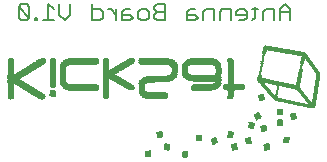
<source format=gbo>
G75*
%MOIN*%
%OFA0B0*%
%FSLAX24Y24*%
%IPPOS*%
%LPD*%
%AMOC8*
5,1,8,0,0,1.08239X$1,22.5*
%
%ADD10C,0.0050*%
%ADD11R,0.0016X0.0004*%
%ADD12R,0.0055X0.0004*%
%ADD13R,0.0087X0.0004*%
%ADD14R,0.0114X0.0004*%
%ADD15R,0.0146X0.0004*%
%ADD16R,0.0173X0.0004*%
%ADD17R,0.0201X0.0004*%
%ADD18R,0.0224X0.0004*%
%ADD19R,0.0248X0.0004*%
%ADD20R,0.0276X0.0004*%
%ADD21R,0.0299X0.0004*%
%ADD22R,0.0323X0.0004*%
%ADD23R,0.0350X0.0004*%
%ADD24R,0.0374X0.0004*%
%ADD25R,0.0394X0.0004*%
%ADD26R,0.0417X0.0004*%
%ADD27R,0.0445X0.0004*%
%ADD28R,0.0469X0.0004*%
%ADD29R,0.0488X0.0004*%
%ADD30R,0.0512X0.0004*%
%ADD31R,0.0535X0.0004*%
%ADD32R,0.0563X0.0004*%
%ADD33R,0.0587X0.0004*%
%ADD34R,0.0606X0.0004*%
%ADD35R,0.0630X0.0004*%
%ADD36R,0.0654X0.0004*%
%ADD37R,0.0681X0.0004*%
%ADD38R,0.0701X0.0004*%
%ADD39R,0.0724X0.0004*%
%ADD40R,0.0748X0.0004*%
%ADD41R,0.0776X0.0004*%
%ADD42R,0.0795X0.0004*%
%ADD43R,0.0819X0.0004*%
%ADD44R,0.0843X0.0004*%
%ADD45R,0.0102X0.0004*%
%ADD46R,0.0717X0.0004*%
%ADD47R,0.0106X0.0004*%
%ADD48R,0.0705X0.0004*%
%ADD49R,0.0709X0.0004*%
%ADD50R,0.0098X0.0004*%
%ADD51R,0.0689X0.0004*%
%ADD52R,0.0665X0.0004*%
%ADD53R,0.0650X0.0004*%
%ADD54R,0.0634X0.0004*%
%ADD55R,0.0622X0.0004*%
%ADD56R,0.0602X0.0004*%
%ADD57R,0.0583X0.0004*%
%ADD58R,0.0551X0.0004*%
%ADD59R,0.0531X0.0004*%
%ADD60R,0.0508X0.0004*%
%ADD61R,0.0492X0.0004*%
%ADD62R,0.0472X0.0004*%
%ADD63R,0.0453X0.0004*%
%ADD64R,0.0433X0.0004*%
%ADD65R,0.0413X0.0004*%
%ADD66R,0.0335X0.0004*%
%ADD67R,0.0315X0.0004*%
%ADD68R,0.0295X0.0004*%
%ADD69R,0.0094X0.0004*%
%ADD70R,0.0272X0.0004*%
%ADD71R,0.0252X0.0004*%
%ADD72R,0.0232X0.0004*%
%ADD73R,0.0213X0.0004*%
%ADD74R,0.0189X0.0004*%
%ADD75R,0.0193X0.0004*%
%ADD76R,0.0197X0.0004*%
%ADD77R,0.0205X0.0004*%
%ADD78R,0.0209X0.0004*%
%ADD79R,0.0217X0.0004*%
%ADD80R,0.0228X0.0004*%
%ADD81R,0.0130X0.0004*%
%ADD82R,0.0134X0.0004*%
%ADD83R,0.0024X0.0004*%
%ADD84R,0.0004X0.0004*%
%ADD85R,0.0083X0.0004*%
%ADD86R,0.0063X0.0004*%
%ADD87R,0.0921X0.0004*%
%ADD88R,0.0091X0.0004*%
%ADD89R,0.0886X0.0004*%
%ADD90R,0.0685X0.0004*%
%ADD91R,0.0071X0.0004*%
%ADD92R,0.0110X0.0004*%
%ADD93R,0.0972X0.0004*%
%ADD94R,0.0937X0.0004*%
%ADD95R,0.0744X0.0004*%
%ADD96R,0.0126X0.0004*%
%ADD97R,0.0157X0.0004*%
%ADD98R,0.1000X0.0004*%
%ADD99R,0.0122X0.0004*%
%ADD100R,0.0150X0.0004*%
%ADD101R,0.0976X0.0004*%
%ADD102R,0.0783X0.0004*%
%ADD103R,0.0138X0.0004*%
%ADD104R,0.0142X0.0004*%
%ADD105R,0.1028X0.0004*%
%ADD106R,0.0165X0.0004*%
%ADD107R,0.1004X0.0004*%
%ADD108R,0.0815X0.0004*%
%ADD109R,0.0185X0.0004*%
%ADD110R,0.1047X0.0004*%
%ADD111R,0.0181X0.0004*%
%ADD112R,0.1031X0.0004*%
%ADD113R,0.0846X0.0004*%
%ADD114R,0.0154X0.0004*%
%ADD115R,0.1063X0.0004*%
%ADD116R,0.1051X0.0004*%
%ADD117R,0.0870X0.0004*%
%ADD118R,0.0161X0.0004*%
%ADD119R,0.1079X0.0004*%
%ADD120R,0.1067X0.0004*%
%ADD121R,0.0894X0.0004*%
%ADD122R,0.0169X0.0004*%
%ADD123R,0.1091X0.0004*%
%ADD124R,0.1083X0.0004*%
%ADD125R,0.0917X0.0004*%
%ADD126R,0.1102X0.0004*%
%ADD127R,0.0220X0.0004*%
%ADD128R,0.1094X0.0004*%
%ADD129R,0.0933X0.0004*%
%ADD130R,0.0177X0.0004*%
%ADD131R,0.1110X0.0004*%
%ADD132R,0.0957X0.0004*%
%ADD133R,0.0240X0.0004*%
%ADD134R,0.1122X0.0004*%
%ADD135R,0.0236X0.0004*%
%ADD136R,0.1130X0.0004*%
%ADD137R,0.0244X0.0004*%
%ADD138R,0.1134X0.0004*%
%ADD139R,0.0988X0.0004*%
%ADD140R,0.1138X0.0004*%
%ADD141R,0.1142X0.0004*%
%ADD142R,0.0264X0.0004*%
%ADD143R,0.1146X0.0004*%
%ADD144R,0.0260X0.0004*%
%ADD145R,0.1150X0.0004*%
%ADD146R,0.1016X0.0004*%
%ADD147R,0.1154X0.0004*%
%ADD148R,0.0268X0.0004*%
%ADD149R,0.1157X0.0004*%
%ADD150R,0.1161X0.0004*%
%ADD151R,0.1165X0.0004*%
%ADD152R,0.1039X0.0004*%
%ADD153R,0.0283X0.0004*%
%ADD154R,0.1169X0.0004*%
%ADD155R,0.1177X0.0004*%
%ADD156R,0.1055X0.0004*%
%ADD157R,0.0287X0.0004*%
%ADD158R,0.1173X0.0004*%
%ADD159R,0.1181X0.0004*%
%ADD160R,0.1189X0.0004*%
%ADD161R,0.0303X0.0004*%
%ADD162R,0.1185X0.0004*%
%ADD163R,0.1197X0.0004*%
%ADD164R,0.0307X0.0004*%
%ADD165R,0.1201X0.0004*%
%ADD166R,0.1098X0.0004*%
%ADD167R,0.0311X0.0004*%
%ADD168R,0.1205X0.0004*%
%ADD169R,0.0319X0.0004*%
%ADD170R,0.1213X0.0004*%
%ADD171R,0.0327X0.0004*%
%ADD172R,0.1217X0.0004*%
%ADD173R,0.0331X0.0004*%
%ADD174R,0.1209X0.0004*%
%ADD175R,0.1220X0.0004*%
%ADD176R,0.1224X0.0004*%
%ADD177R,0.0339X0.0004*%
%ADD178R,0.0343X0.0004*%
%ADD179R,0.1228X0.0004*%
%ADD180R,0.0346X0.0004*%
%ADD181R,0.1232X0.0004*%
%ADD182R,0.1236X0.0004*%
%ADD183R,0.0354X0.0004*%
%ADD184R,0.1240X0.0004*%
%ADD185R,0.0358X0.0004*%
%ADD186R,0.1244X0.0004*%
%ADD187R,0.0362X0.0004*%
%ADD188R,0.0366X0.0004*%
%ADD189R,0.0370X0.0004*%
%ADD190R,0.1248X0.0004*%
%ADD191R,0.0378X0.0004*%
%ADD192R,0.1252X0.0004*%
%ADD193R,0.0382X0.0004*%
%ADD194R,0.0386X0.0004*%
%ADD195R,0.1256X0.0004*%
%ADD196R,0.0390X0.0004*%
%ADD197R,0.1260X0.0004*%
%ADD198R,0.0291X0.0004*%
%ADD199R,0.0256X0.0004*%
%ADD200R,0.0579X0.0004*%
%ADD201R,0.0571X0.0004*%
%ADD202R,0.0559X0.0004*%
%ADD203R,0.0543X0.0004*%
%ADD204R,0.0539X0.0004*%
%ADD205R,0.0524X0.0004*%
%ADD206R,0.0520X0.0004*%
%ADD207R,0.0504X0.0004*%
%ADD208R,0.0500X0.0004*%
%ADD209R,0.0480X0.0004*%
%ADD210R,0.0461X0.0004*%
%ADD211R,0.0457X0.0004*%
%ADD212R,0.0449X0.0004*%
%ADD213R,0.0441X0.0004*%
%ADD214R,0.0437X0.0004*%
%ADD215R,0.0429X0.0004*%
%ADD216R,0.0118X0.0004*%
%ADD217R,0.0425X0.0004*%
%ADD218R,0.0406X0.0004*%
%ADD219R,0.0402X0.0004*%
%ADD220R,0.0398X0.0004*%
%ADD221R,0.0409X0.0004*%
%ADD222R,0.0421X0.0004*%
%ADD223R,0.0591X0.0004*%
%ADD224R,0.0567X0.0004*%
%ADD225R,0.1280X0.0004*%
%ADD226R,0.0555X0.0004*%
%ADD227R,0.0465X0.0004*%
%ADD228R,0.1276X0.0004*%
%ADD229R,0.0547X0.0004*%
%ADD230R,0.0476X0.0004*%
%ADD231R,0.1272X0.0004*%
%ADD232R,0.0484X0.0004*%
%ADD233R,0.0528X0.0004*%
%ADD234R,0.0827X0.0004*%
%ADD235R,0.1268X0.0004*%
%ADD236R,0.0496X0.0004*%
%ADD237R,0.0945X0.0004*%
%ADD238R,0.1264X0.0004*%
%ADD239R,0.0516X0.0004*%
%ADD240R,0.0980X0.0004*%
%ADD241R,0.1059X0.0004*%
%ADD242R,0.1071X0.0004*%
%ADD243R,0.1075X0.0004*%
%ADD244R,0.0575X0.0004*%
%ADD245R,0.1087X0.0004*%
%ADD246R,0.1114X0.0004*%
%ADD247R,0.1035X0.0004*%
%ADD248R,0.1043X0.0004*%
%ADD249R,0.0992X0.0004*%
%ADD250R,0.0965X0.0004*%
%ADD251R,0.1020X0.0004*%
%ADD252R,0.1008X0.0004*%
%ADD253R,0.0996X0.0004*%
%ADD254R,0.0614X0.0004*%
%ADD255R,0.0969X0.0004*%
%ADD256R,0.0646X0.0004*%
%ADD257R,0.0949X0.0004*%
%ADD258R,0.0677X0.0004*%
%ADD259R,0.0693X0.0004*%
%ADD260R,0.0280X0.0004*%
%ADD261R,0.0618X0.0004*%
%ADD262R,0.0642X0.0004*%
%ADD263R,0.0657X0.0004*%
%ADD264R,0.1193X0.0004*%
%ADD265R,0.0902X0.0004*%
%ADD266R,0.0669X0.0004*%
%ADD267R,0.0913X0.0004*%
%ADD268R,0.0925X0.0004*%
%ADD269R,0.0594X0.0004*%
%ADD270R,0.0598X0.0004*%
%ADD271R,0.0929X0.0004*%
%ADD272R,0.0713X0.0004*%
%ADD273R,0.0610X0.0004*%
%ADD274R,0.0720X0.0004*%
%ADD275R,0.0909X0.0004*%
%ADD276R,0.0906X0.0004*%
%ADD277R,0.0898X0.0004*%
%ADD278R,0.0890X0.0004*%
%ADD279R,0.0051X0.0004*%
%ADD280R,0.0882X0.0004*%
%ADD281R,0.0878X0.0004*%
%ADD282R,0.0874X0.0004*%
%ADD283R,0.0862X0.0004*%
%ADD284R,0.0858X0.0004*%
%ADD285R,0.0850X0.0004*%
%ADD286R,0.0839X0.0004*%
%ADD287R,0.0831X0.0004*%
%ADD288R,0.0811X0.0004*%
%ADD289R,0.0803X0.0004*%
%ADD290R,0.0697X0.0004*%
%ADD291R,0.0780X0.0004*%
%ADD292R,0.0768X0.0004*%
%ADD293R,0.0752X0.0004*%
%ADD294R,0.0673X0.0004*%
%ADD295R,0.0740X0.0004*%
%ADD296R,0.0661X0.0004*%
%ADD297R,0.1024X0.0004*%
%ADD298R,0.0059X0.0004*%
%ADD299R,0.0008X0.0004*%
%ADD300R,0.0028X0.0004*%
%ADD301R,0.0075X0.0004*%
%ADD302R,0.0067X0.0004*%
%ADD303R,0.0866X0.0004*%
%ADD304R,0.0043X0.0004*%
%ADD305R,0.0047X0.0004*%
%ADD306R,0.0020X0.0004*%
%ADD307R,0.0854X0.0004*%
%ADD308R,0.0835X0.0004*%
%ADD309R,0.0799X0.0004*%
%ADD310R,0.0791X0.0004*%
%ADD311R,0.0760X0.0004*%
%ADD312R,0.0039X0.0004*%
%ADD313R,0.0035X0.0004*%
%ADD314R,0.0079X0.0004*%
%ADD315R,0.0031X0.0004*%
%ADD316R,0.0012X0.0004*%
D10*
X014822Y030764D02*
X015002Y030764D01*
X015092Y030854D01*
X014732Y031215D01*
X014732Y030854D01*
X014822Y030764D01*
X015092Y030854D02*
X015092Y031215D01*
X015002Y031305D01*
X014822Y031305D01*
X014732Y031215D01*
X015274Y030854D02*
X015274Y030764D01*
X015364Y030764D01*
X015364Y030854D01*
X015274Y030854D01*
X015547Y030764D02*
X015908Y030764D01*
X015728Y030764D02*
X015728Y031305D01*
X015908Y031125D01*
X016091Y031305D02*
X016091Y030944D01*
X016272Y030764D01*
X016452Y030944D01*
X016452Y031305D01*
X017179Y031305D02*
X017179Y030764D01*
X017449Y030764D01*
X017539Y030854D01*
X017539Y031035D01*
X017449Y031125D01*
X017179Y031125D01*
X017722Y031125D02*
X017812Y031125D01*
X017993Y030944D01*
X017993Y030764D02*
X017993Y031125D01*
X018176Y031035D02*
X018176Y030764D01*
X018446Y030764D01*
X018536Y030854D01*
X018446Y030944D01*
X018176Y030944D01*
X018176Y031035D02*
X018266Y031125D01*
X018446Y031125D01*
X018719Y031035D02*
X018810Y031125D01*
X018990Y031125D01*
X019080Y031035D01*
X019080Y030854D01*
X018990Y030764D01*
X018810Y030764D01*
X018719Y030854D01*
X018719Y031035D01*
X019263Y031125D02*
X019263Y031215D01*
X019353Y031305D01*
X019624Y031305D01*
X019624Y030764D01*
X019353Y030764D01*
X019263Y030854D01*
X019263Y030944D01*
X019353Y031035D01*
X019624Y031035D01*
X019353Y031035D02*
X019263Y031125D01*
X020351Y031035D02*
X020351Y030764D01*
X020621Y030764D01*
X020711Y030854D01*
X020621Y030944D01*
X020351Y030944D01*
X020351Y031035D02*
X020441Y031125D01*
X020621Y031125D01*
X020895Y031035D02*
X020895Y030764D01*
X020895Y031035D02*
X020985Y031125D01*
X021255Y031125D01*
X021255Y030764D01*
X021438Y030764D02*
X021438Y031035D01*
X021528Y031125D01*
X021799Y031125D01*
X021799Y030764D01*
X021982Y030944D02*
X022343Y030944D01*
X022343Y030854D02*
X022343Y031035D01*
X022253Y031125D01*
X022072Y031125D01*
X021982Y031035D01*
X021982Y030944D01*
X022072Y030764D02*
X022253Y030764D01*
X022343Y030854D01*
X022525Y030764D02*
X022615Y030854D01*
X022615Y031215D01*
X022705Y031125D02*
X022525Y031125D01*
X022888Y031035D02*
X022888Y030764D01*
X022888Y031035D02*
X022979Y031125D01*
X023249Y031125D01*
X023249Y030764D01*
X023432Y030764D02*
X023432Y031125D01*
X023612Y031305D01*
X023793Y031125D01*
X023793Y030764D01*
X023793Y031035D02*
X023432Y031035D01*
D11*
X022973Y029893D03*
X022686Y027424D03*
X022942Y027239D03*
X019048Y028133D03*
D12*
X019729Y026424D03*
X021237Y026621D03*
X023855Y027444D03*
X024540Y027826D03*
X022977Y029889D03*
D13*
X019009Y026196D03*
X019080Y026389D03*
X020749Y026731D03*
X021245Y026633D03*
X022359Y026633D03*
X022430Y026826D03*
X022883Y027042D03*
X022981Y026428D03*
X023458Y027432D03*
X023324Y028247D03*
X023328Y028263D03*
X023332Y028278D03*
X023336Y028294D03*
X023336Y028298D03*
X023339Y028314D03*
X023343Y028330D03*
X023343Y028334D03*
X023347Y028345D03*
X023347Y028349D03*
X023351Y028361D03*
X023351Y028365D03*
X023351Y028369D03*
X023355Y028381D03*
X023355Y028385D03*
X023355Y028389D03*
X023359Y028397D03*
X023359Y028400D03*
X023359Y028404D03*
X023359Y028408D03*
X023363Y028416D03*
X023363Y028420D03*
X023363Y028424D03*
X023367Y028432D03*
X023367Y028436D03*
X023367Y028440D03*
X023367Y028444D03*
X023371Y028448D03*
X023371Y028452D03*
X023371Y028456D03*
X023371Y028460D03*
X023371Y028463D03*
X023375Y028467D03*
X023375Y028471D03*
X023375Y028475D03*
X023375Y028479D03*
X023379Y028483D03*
X023379Y028487D03*
X023379Y028491D03*
X023379Y028495D03*
X023379Y028499D03*
X023383Y028503D03*
X023383Y028507D03*
X023383Y028511D03*
X023383Y028515D03*
X023387Y028519D03*
X023387Y028523D03*
X023387Y028526D03*
X023387Y028530D03*
X023391Y028538D03*
X023391Y028542D03*
X023391Y028546D03*
X023391Y028550D03*
X023395Y028554D03*
X023395Y028558D03*
X023395Y028562D03*
X023395Y028566D03*
X022855Y028271D03*
X022981Y029885D03*
X024536Y027830D03*
X015902Y028215D03*
X014473Y028125D03*
D14*
X014471Y028129D03*
X015861Y028404D03*
X019066Y026385D03*
X020298Y026369D03*
X021774Y027026D03*
X022818Y028082D03*
X022845Y028263D03*
X022767Y028830D03*
X022991Y029881D03*
X024719Y028960D03*
X024719Y028956D03*
X024530Y027834D03*
D15*
X024432Y027999D03*
X024428Y028003D03*
X024424Y028007D03*
X024420Y028011D03*
X024086Y028432D03*
X024082Y028436D03*
X023452Y027605D03*
X022700Y027475D03*
X022834Y028251D03*
X021798Y028137D03*
X021259Y026802D03*
X021259Y026656D03*
X023011Y026605D03*
X023672Y026672D03*
X022999Y029877D03*
X018487Y028440D03*
X017645Y028141D03*
X017645Y029452D03*
X015885Y028519D03*
X015507Y028129D03*
X014471Y028137D03*
D16*
X014473Y028152D03*
X015871Y028243D03*
X015883Y028381D03*
X015891Y028550D03*
X015891Y029428D03*
X015536Y029456D03*
X017643Y029428D03*
X017643Y029424D03*
X017643Y029420D03*
X017643Y028172D03*
X017643Y028168D03*
X017643Y028164D03*
X019690Y026597D03*
X020276Y026345D03*
X020288Y026208D03*
X020749Y026755D03*
X020749Y026759D03*
X020749Y026763D03*
X020749Y026767D03*
X020749Y026771D03*
X020749Y026774D03*
X020749Y026881D03*
X020749Y026885D03*
X020749Y026889D03*
X020749Y026893D03*
X020749Y026897D03*
X020749Y026900D03*
X021253Y026786D03*
X021265Y026668D03*
X021796Y026853D03*
X021926Y026597D03*
X022493Y027160D03*
X022910Y027062D03*
X023458Y027271D03*
X023458Y027274D03*
X023458Y027397D03*
X023458Y027400D03*
X023458Y027404D03*
X023902Y027475D03*
X023891Y027617D03*
X023265Y028192D03*
X022828Y028239D03*
X022792Y028814D03*
X023009Y029873D03*
X024056Y028452D03*
X023013Y026456D03*
X021796Y029424D03*
X021796Y029428D03*
D17*
X021389Y029211D03*
X021389Y029208D03*
X021389Y028684D03*
X021389Y028680D03*
X020278Y029003D03*
X020278Y029007D03*
X020274Y029015D03*
X020274Y029019D03*
X020278Y029192D03*
X020278Y029196D03*
X020282Y029204D03*
X019932Y029164D03*
X019932Y029160D03*
X019932Y029156D03*
X019932Y029152D03*
X019932Y029011D03*
X019932Y029007D03*
X019932Y029003D03*
X019932Y028999D03*
X019932Y028995D03*
X018475Y028456D03*
X019432Y026971D03*
X019432Y026967D03*
X019432Y026963D03*
X019432Y026960D03*
X019436Y026952D03*
X019436Y026948D03*
X019436Y026944D03*
X019436Y026940D03*
X019440Y026928D03*
X019440Y026924D03*
X019440Y026920D03*
X019440Y026916D03*
X019444Y026912D03*
X019444Y026908D03*
X019444Y026904D03*
X019444Y026900D03*
X019448Y026889D03*
X019692Y026566D03*
X019692Y026562D03*
X019692Y026558D03*
X019688Y026546D03*
X019688Y026542D03*
X019688Y026538D03*
X019688Y026534D03*
X019684Y026526D03*
X019684Y026523D03*
X019684Y026519D03*
X019684Y026515D03*
X019684Y026511D03*
X019680Y026503D03*
X019680Y026499D03*
X019680Y026495D03*
X019676Y026483D03*
X019676Y026479D03*
X020274Y026322D03*
X020274Y026318D03*
X020278Y026306D03*
X020278Y026302D03*
X020278Y026298D03*
X020278Y026294D03*
X020282Y026286D03*
X020282Y026282D03*
X020282Y026278D03*
X020286Y026267D03*
X020286Y026263D03*
X020286Y026259D03*
X020286Y026255D03*
X020290Y026251D03*
X020290Y026247D03*
X020290Y026243D03*
X021271Y026684D03*
X021271Y026688D03*
X021251Y026771D03*
X021794Y026904D03*
X021798Y026928D03*
X021798Y026932D03*
X021798Y026936D03*
X021798Y026940D03*
X021798Y026944D03*
X021920Y026574D03*
X021924Y026558D03*
X021924Y026554D03*
X021924Y026550D03*
X021924Y026546D03*
X021928Y026538D03*
X021928Y026534D03*
X021928Y026530D03*
X021928Y026526D03*
X021932Y026519D03*
X021932Y026515D03*
X021932Y026511D03*
X021932Y026507D03*
X021936Y026499D03*
X021936Y026495D03*
X021936Y026491D03*
X022912Y027093D03*
X022912Y027097D03*
X022912Y027101D03*
X022912Y027105D03*
X022912Y027109D03*
X022908Y027113D03*
X022908Y027117D03*
X022908Y027121D03*
X022908Y027125D03*
X022908Y027129D03*
X022904Y027133D03*
X022904Y027137D03*
X022904Y027141D03*
X022904Y027145D03*
X022904Y027149D03*
X022900Y027160D03*
X022900Y027164D03*
X022900Y027168D03*
X022692Y027586D03*
X022845Y028117D03*
X022841Y028125D03*
X022841Y028129D03*
X022841Y028133D03*
X022837Y028145D03*
X022826Y028196D03*
X022826Y028200D03*
X022826Y028204D03*
X022826Y028208D03*
X022822Y028211D03*
X022822Y028215D03*
X022822Y028219D03*
X023259Y028215D03*
X023444Y027696D03*
X023444Y027692D03*
X023444Y027688D03*
X023444Y027684D03*
X023444Y027680D03*
X023889Y027586D03*
X023889Y027582D03*
X023889Y027578D03*
X023889Y027574D03*
X023893Y027570D03*
X023893Y027566D03*
X023893Y027562D03*
X023893Y027558D03*
X023897Y027546D03*
X023897Y027542D03*
X023897Y027538D03*
X023897Y027534D03*
X023900Y027530D03*
X023900Y027526D03*
X023900Y027523D03*
X023900Y027519D03*
X023904Y027507D03*
X022999Y026566D03*
X022999Y026562D03*
X022999Y026558D03*
X023015Y026491D03*
X023015Y026487D03*
X023019Y026479D03*
X023019Y026475D03*
X023019Y029869D03*
X019042Y026306D03*
X016223Y028684D03*
X016223Y028688D03*
X015885Y028353D03*
X015885Y028349D03*
X015885Y028345D03*
X015881Y028334D03*
X015881Y028330D03*
X015877Y028314D03*
X015877Y028310D03*
X015873Y028298D03*
X015873Y028294D03*
X015873Y028290D03*
X015869Y028282D03*
X015869Y028278D03*
X015869Y028274D03*
X016223Y029180D03*
X016223Y029184D03*
X016223Y029188D03*
X014475Y028936D03*
X014475Y028932D03*
X014475Y028928D03*
X014475Y028924D03*
X014475Y028920D03*
D18*
X015526Y029436D03*
X016239Y029223D03*
X016243Y028645D03*
X015495Y028152D03*
X018853Y028389D03*
X018857Y028381D03*
X018845Y028605D03*
X018845Y028609D03*
X018849Y028613D03*
X019916Y028948D03*
X019920Y029208D03*
X020298Y029231D03*
X020302Y029235D03*
X020294Y028971D03*
X020298Y028967D03*
X021373Y029243D03*
X021373Y028652D03*
X022696Y027566D03*
X022696Y027562D03*
X024278Y029523D03*
X023030Y029865D03*
D19*
X023038Y029861D03*
X021357Y029263D03*
X021357Y028633D03*
X020318Y029251D03*
X019904Y029231D03*
X019900Y028928D03*
X019897Y028924D03*
X018463Y028475D03*
X016259Y028629D03*
X015487Y028164D03*
X015519Y029424D03*
X024479Y027857D03*
D20*
X023048Y029857D03*
X021339Y029274D03*
X019887Y029247D03*
X019879Y028908D03*
X018883Y028656D03*
X018450Y028491D03*
X018465Y029408D03*
X016276Y028617D03*
X015477Y028180D03*
X015509Y029408D03*
D21*
X015469Y028192D03*
X018438Y028507D03*
X018899Y028668D03*
X018450Y029393D03*
X023060Y029853D03*
X023402Y028113D03*
D22*
X023426Y028105D03*
X023072Y029849D03*
X019847Y028893D03*
X018422Y028523D03*
X015481Y029377D03*
D23*
X015432Y028231D03*
X018397Y028546D03*
X018928Y028676D03*
X018416Y029357D03*
X019845Y029271D03*
X023082Y029845D03*
X024160Y029597D03*
X023452Y028097D03*
X024436Y027877D03*
D24*
X024149Y029601D03*
X023093Y029841D03*
X018381Y029330D03*
X017948Y028818D03*
X017956Y028814D03*
X017967Y028806D03*
X017975Y028802D03*
X017995Y028790D03*
X018023Y028774D03*
X018042Y028763D03*
X018070Y028747D03*
X018290Y028617D03*
X018310Y028605D03*
X018330Y028593D03*
X018349Y028582D03*
X018357Y028578D03*
X018361Y028574D03*
X015400Y028259D03*
X015397Y028263D03*
X015412Y029318D03*
X015416Y029322D03*
X015424Y029326D03*
D25*
X014776Y028920D03*
X014572Y028790D03*
X014572Y028782D03*
X017745Y028948D03*
X017950Y029074D03*
X017958Y029078D03*
X019824Y029274D03*
X023103Y029837D03*
X024135Y029605D03*
X023902Y028511D03*
X024418Y027885D03*
D26*
X023532Y028074D03*
X022918Y028759D03*
X023115Y029834D03*
X017757Y028963D03*
D27*
X017771Y028904D03*
X014597Y028822D03*
X023125Y029830D03*
D28*
X023137Y029826D03*
X022948Y028747D03*
X017782Y028995D03*
X014609Y028837D03*
D29*
X017792Y029007D03*
X018997Y028684D03*
X022958Y028743D03*
X023147Y029822D03*
D30*
X023158Y029818D03*
X024363Y027908D03*
X017804Y029023D03*
X014631Y028865D03*
D31*
X014643Y028881D03*
X017816Y028849D03*
X019024Y028688D03*
X022985Y028731D03*
X023170Y029814D03*
D32*
X023180Y029810D03*
X024019Y029641D03*
X023424Y028633D03*
X023243Y028672D03*
X023223Y028676D03*
X017830Y028834D03*
X017830Y029054D03*
X014656Y028668D03*
D33*
X014668Y028912D03*
X023192Y029806D03*
X023582Y028597D03*
D34*
X023202Y029802D03*
D35*
X023213Y029798D03*
X023780Y028562D03*
X024308Y027932D03*
D36*
X023225Y029794D03*
X020859Y028424D03*
D37*
X021916Y028448D03*
X021920Y028589D03*
X023235Y029790D03*
X023916Y029668D03*
X019326Y028141D03*
D38*
X021918Y028463D03*
X021918Y028574D03*
X021918Y028578D03*
X023245Y029786D03*
X023450Y029751D03*
X023473Y029747D03*
X023497Y029743D03*
X023521Y029739D03*
X023540Y029735D03*
X023564Y029731D03*
X023792Y029692D03*
X023883Y029676D03*
D39*
X023257Y029782D03*
X021918Y028519D03*
X021918Y028515D03*
X020883Y028436D03*
X019320Y028149D03*
D40*
X023269Y029778D03*
D41*
X023278Y029774D03*
D42*
X023288Y029771D03*
X020906Y028456D03*
D43*
X020918Y028467D03*
X019296Y028180D03*
X023300Y029767D03*
D44*
X023312Y029763D03*
D45*
X022942Y029759D03*
X022938Y029751D03*
X022938Y029747D03*
X022938Y029743D03*
X022938Y029739D03*
X022934Y029735D03*
X022934Y029731D03*
X022934Y029727D03*
X022934Y029723D03*
X022930Y029715D03*
X022930Y029711D03*
X022930Y029708D03*
X022926Y029696D03*
X022926Y029692D03*
X022922Y029676D03*
X022918Y029656D03*
X022863Y029377D03*
X022851Y029314D03*
X022847Y029294D03*
X022773Y028916D03*
X022773Y028912D03*
X022769Y028897D03*
X022769Y028893D03*
X022765Y028877D03*
X022765Y028873D03*
X022765Y028869D03*
X022761Y028853D03*
X022761Y028849D03*
X022761Y028845D03*
X022761Y028834D03*
X022851Y028267D03*
X022528Y027145D03*
X023024Y026621D03*
X024580Y027979D03*
X024580Y027983D03*
X024580Y027987D03*
X024584Y027995D03*
X024584Y027999D03*
X024584Y028003D03*
X024584Y028007D03*
X024584Y028011D03*
X024584Y028015D03*
X024587Y028019D03*
X024587Y028023D03*
X024587Y028026D03*
X024587Y028030D03*
X024587Y028034D03*
X024587Y028038D03*
X024587Y028042D03*
X024591Y028046D03*
X024591Y028050D03*
X024591Y028054D03*
X024591Y028058D03*
X024591Y028062D03*
X024591Y028066D03*
X024595Y028074D03*
X024595Y028078D03*
X024595Y028082D03*
X024595Y028086D03*
X024595Y028089D03*
X024595Y028093D03*
X024599Y028101D03*
X024599Y028105D03*
X024599Y028109D03*
X024599Y028113D03*
X024599Y028117D03*
X024603Y028125D03*
X024603Y028129D03*
X024603Y028133D03*
X024603Y028137D03*
X024603Y028141D03*
X024603Y028145D03*
X024607Y028152D03*
X024607Y028156D03*
X024607Y028160D03*
X024607Y028164D03*
X024607Y028168D03*
X024611Y028180D03*
X024611Y028184D03*
X024611Y028188D03*
X024611Y028192D03*
X024611Y028196D03*
X024615Y028204D03*
X024615Y028208D03*
X024615Y028211D03*
X024615Y028215D03*
X024615Y028219D03*
X024619Y028231D03*
X024619Y028235D03*
X024619Y028239D03*
X024619Y028243D03*
X024619Y028247D03*
X024623Y028255D03*
X024623Y028259D03*
X024623Y028263D03*
X024623Y028267D03*
X024623Y028271D03*
X024627Y028282D03*
X024627Y028286D03*
X024627Y028290D03*
X024627Y028294D03*
X024627Y028298D03*
X024631Y028310D03*
X024631Y028314D03*
X024631Y028318D03*
X024631Y028322D03*
X024635Y028334D03*
X024635Y028337D03*
X024635Y028341D03*
X024635Y028345D03*
X024635Y028349D03*
X024639Y028357D03*
X024639Y028361D03*
X024639Y028365D03*
X024639Y028369D03*
X024639Y028373D03*
X024643Y028385D03*
X024643Y028389D03*
X024643Y028393D03*
X024643Y028397D03*
X024643Y028400D03*
X024647Y028408D03*
X024647Y028412D03*
X024647Y028416D03*
X024647Y028420D03*
X024647Y028424D03*
X024650Y028436D03*
X024650Y028440D03*
X024650Y028444D03*
X024650Y028448D03*
X024650Y028452D03*
X024654Y028460D03*
X024654Y028463D03*
X024654Y028467D03*
X024654Y028471D03*
X024654Y028475D03*
X024658Y028487D03*
X024658Y028491D03*
X024658Y028495D03*
X024658Y028499D03*
X024658Y028503D03*
X024662Y028511D03*
X024662Y028515D03*
X024662Y028519D03*
X024662Y028523D03*
X024662Y028526D03*
X024666Y028534D03*
X024666Y028538D03*
X024666Y028542D03*
X024666Y028546D03*
X024666Y028550D03*
X024666Y028554D03*
X024670Y028562D03*
X024670Y028566D03*
X024670Y028570D03*
X024670Y028574D03*
X024670Y028578D03*
X024674Y028586D03*
X024674Y028589D03*
X024674Y028593D03*
X024674Y028597D03*
X024674Y028601D03*
X024674Y028605D03*
X024678Y028613D03*
X024678Y028617D03*
X024678Y028621D03*
X024678Y028625D03*
X024678Y028629D03*
X024682Y028637D03*
X024682Y028641D03*
X024682Y028645D03*
X024682Y028649D03*
X024682Y028652D03*
X024682Y028656D03*
X024686Y028664D03*
X024686Y028668D03*
X024686Y028672D03*
X024686Y028676D03*
X024686Y028680D03*
X024690Y028688D03*
X024690Y028692D03*
X024690Y028696D03*
X024690Y028700D03*
X024690Y028704D03*
X024690Y028708D03*
X024694Y028715D03*
X024694Y028719D03*
X024694Y028723D03*
X024694Y028727D03*
X024694Y028731D03*
X024698Y028739D03*
X024698Y028743D03*
X024698Y028747D03*
X024698Y028751D03*
X024698Y028755D03*
X024698Y028759D03*
X024702Y028767D03*
X024702Y028771D03*
X024702Y028774D03*
X024702Y028778D03*
X024702Y028782D03*
X024706Y028790D03*
X024706Y028794D03*
X024706Y028798D03*
X024706Y028802D03*
X024706Y028806D03*
X024710Y028818D03*
X024710Y028822D03*
X024710Y028826D03*
X024710Y028830D03*
X024710Y028834D03*
X024713Y028845D03*
X024713Y028849D03*
X024713Y028853D03*
X024713Y028857D03*
X024717Y028869D03*
X024717Y028873D03*
X024717Y028877D03*
X024717Y028881D03*
X024717Y028885D03*
X024721Y028900D03*
X024721Y028904D03*
X024721Y028908D03*
X024721Y028912D03*
X024178Y029294D03*
X024186Y029337D03*
X024190Y029357D03*
X024190Y029361D03*
X024194Y029377D03*
X024194Y029381D03*
X024194Y029385D03*
X024198Y029397D03*
X024198Y029400D03*
X024198Y029404D03*
X024202Y029416D03*
X024202Y029420D03*
X024202Y029424D03*
X024202Y029428D03*
X024206Y029436D03*
X024206Y029440D03*
X024206Y029444D03*
X024206Y029448D03*
X024206Y029452D03*
X024210Y029456D03*
X024210Y029460D03*
X024210Y029463D03*
X024210Y029467D03*
X024210Y029471D03*
X024213Y029479D03*
X024213Y029483D03*
X024213Y029487D03*
X024217Y029503D03*
X024217Y029507D03*
X024143Y029097D03*
X024139Y029074D03*
X024135Y029054D03*
X024131Y029030D03*
X024127Y029011D03*
X024127Y029007D03*
X024123Y028987D03*
X024123Y028983D03*
X024119Y028967D03*
X024119Y028963D03*
X024119Y028960D03*
X024115Y028944D03*
X024115Y028940D03*
X024111Y028924D03*
X024111Y028920D03*
X024111Y028916D03*
X024107Y028904D03*
X024107Y028900D03*
X024107Y028897D03*
X024107Y028893D03*
X024103Y028881D03*
X024103Y028877D03*
X024103Y028873D03*
X024103Y028869D03*
X024099Y028861D03*
X024099Y028857D03*
X024099Y028853D03*
X024099Y028849D03*
X024095Y028837D03*
X024095Y028834D03*
X024095Y028830D03*
X024095Y028826D03*
X024091Y028818D03*
X024091Y028814D03*
X024091Y028810D03*
X024091Y028806D03*
X024091Y028802D03*
X024087Y028798D03*
X024087Y028794D03*
X024087Y028790D03*
X024087Y028786D03*
X024087Y028782D03*
X024087Y028778D03*
X024084Y028774D03*
X024084Y028771D03*
X024084Y028767D03*
X024084Y028763D03*
X024084Y028759D03*
X024080Y028755D03*
X024080Y028751D03*
X024080Y028747D03*
X024080Y028743D03*
X024080Y028739D03*
X024076Y028731D03*
X024076Y028727D03*
X024076Y028723D03*
X024076Y028719D03*
X024076Y028715D03*
X024072Y028711D03*
X024072Y028708D03*
X024072Y028704D03*
X024072Y028700D03*
X024072Y028696D03*
X024068Y028688D03*
X024068Y028684D03*
X024068Y028680D03*
X024068Y028676D03*
X024064Y028668D03*
X024064Y028664D03*
X024064Y028660D03*
X024064Y028656D03*
X024064Y028652D03*
X024060Y028649D03*
X024060Y028645D03*
X024060Y028641D03*
X024060Y028637D03*
X024060Y028633D03*
X024056Y028629D03*
X024056Y028625D03*
X024056Y028621D03*
X024056Y028617D03*
X024056Y028613D03*
X024056Y028609D03*
X024052Y028605D03*
X024052Y028601D03*
X024052Y028597D03*
X024052Y028593D03*
X024052Y028589D03*
X024048Y028586D03*
X024048Y028582D03*
X024048Y028578D03*
X024048Y028574D03*
X021269Y026822D03*
X015899Y028219D03*
D46*
X021918Y028483D03*
X021918Y028550D03*
X021918Y028554D03*
X023399Y029759D03*
D47*
X022940Y029755D03*
X024078Y028735D03*
X024070Y028692D03*
X024066Y028672D03*
X024672Y028582D03*
X024668Y028558D03*
X024664Y028530D03*
X024660Y028507D03*
X024656Y028483D03*
X024656Y028479D03*
X024652Y028456D03*
X024649Y028432D03*
X024649Y028428D03*
X024645Y028404D03*
X024641Y028381D03*
X024641Y028377D03*
X024637Y028353D03*
X024633Y028330D03*
X024633Y028326D03*
X024629Y028306D03*
X024629Y028302D03*
X024625Y028278D03*
X024625Y028274D03*
X024621Y028251D03*
X024617Y028227D03*
X024617Y028223D03*
X024613Y028200D03*
X024609Y028176D03*
X024609Y028172D03*
X024605Y028149D03*
X024601Y028121D03*
X024597Y028097D03*
X024593Y028070D03*
X024676Y028609D03*
X024680Y028633D03*
X024684Y028660D03*
X024688Y028684D03*
X024692Y028711D03*
X024696Y028735D03*
X024700Y028763D03*
X024704Y028786D03*
X024708Y028810D03*
X024708Y028814D03*
X024711Y028837D03*
X024711Y028841D03*
X024715Y028861D03*
X024715Y028865D03*
X024719Y028889D03*
X024719Y028893D03*
X024719Y028897D03*
X024723Y028916D03*
X024723Y028920D03*
X024723Y028924D03*
X024723Y028928D03*
X024723Y028932D03*
X024211Y029475D03*
X024215Y029491D03*
X024215Y029495D03*
X024215Y029499D03*
X023916Y027637D03*
X023471Y027597D03*
X023692Y026664D03*
X021948Y026617D03*
X021251Y026641D03*
D48*
X021916Y028467D03*
X023097Y028688D03*
X023424Y029755D03*
X023586Y029727D03*
X023652Y029715D03*
X023676Y029711D03*
X023700Y029708D03*
X023723Y029704D03*
X023747Y029700D03*
X023771Y029696D03*
X023814Y029688D03*
X023837Y029684D03*
X023861Y029680D03*
X019656Y028885D03*
D49*
X019324Y028145D03*
X020875Y028432D03*
X021918Y028471D03*
X021918Y028562D03*
X021918Y028566D03*
X021918Y028570D03*
X023607Y029723D03*
X023631Y029719D03*
D50*
X024204Y029432D03*
X024200Y029412D03*
X024200Y029408D03*
X024196Y029393D03*
X024196Y029389D03*
X024192Y029373D03*
X024192Y029369D03*
X024192Y029365D03*
X024188Y029353D03*
X024188Y029349D03*
X024188Y029345D03*
X024188Y029341D03*
X024184Y029334D03*
X024184Y029330D03*
X024184Y029326D03*
X024184Y029322D03*
X024184Y029318D03*
X024180Y029314D03*
X024180Y029310D03*
X024180Y029306D03*
X024180Y029302D03*
X024180Y029298D03*
X024176Y029290D03*
X024176Y029286D03*
X024176Y029282D03*
X024176Y029278D03*
X024176Y029274D03*
X024172Y029271D03*
X024172Y029267D03*
X024172Y029263D03*
X024172Y029259D03*
X024172Y029255D03*
X024168Y029247D03*
X024168Y029243D03*
X024168Y029239D03*
X024168Y029235D03*
X024168Y029231D03*
X024164Y029227D03*
X024164Y029223D03*
X024164Y029219D03*
X024164Y029215D03*
X024164Y029211D03*
X024160Y029204D03*
X024160Y029200D03*
X024160Y029196D03*
X024160Y029192D03*
X024160Y029188D03*
X024156Y029184D03*
X024156Y029180D03*
X024156Y029176D03*
X024156Y029172D03*
X024156Y029168D03*
X024156Y029164D03*
X024152Y029160D03*
X024152Y029156D03*
X024152Y029152D03*
X024152Y029149D03*
X024152Y029145D03*
X024149Y029141D03*
X024149Y029137D03*
X024149Y029133D03*
X024149Y029129D03*
X024149Y029125D03*
X024149Y029121D03*
X024145Y029117D03*
X024145Y029113D03*
X024145Y029109D03*
X024145Y029105D03*
X024145Y029101D03*
X024141Y029093D03*
X024141Y029089D03*
X024141Y029086D03*
X024141Y029082D03*
X024141Y029078D03*
X024137Y029070D03*
X024137Y029066D03*
X024137Y029062D03*
X024137Y029058D03*
X024133Y029050D03*
X024133Y029046D03*
X024133Y029042D03*
X024133Y029038D03*
X024133Y029034D03*
X024129Y029026D03*
X024129Y029023D03*
X024129Y029019D03*
X024129Y029015D03*
X024125Y029003D03*
X024125Y028999D03*
X024125Y028995D03*
X024125Y028991D03*
X024121Y028979D03*
X024121Y028975D03*
X024121Y028971D03*
X024117Y028956D03*
X024117Y028952D03*
X024117Y028948D03*
X024113Y028936D03*
X024113Y028932D03*
X024113Y028928D03*
X024109Y028912D03*
X024109Y028908D03*
X024105Y028889D03*
X024105Y028885D03*
X024101Y028865D03*
X024097Y028845D03*
X024097Y028841D03*
X024093Y028822D03*
X024582Y027991D03*
X022987Y026432D03*
X022696Y027456D03*
X022708Y027637D03*
X022814Y028078D03*
X022759Y028837D03*
X022759Y028841D03*
X022763Y028857D03*
X022763Y028861D03*
X022763Y028865D03*
X022767Y028881D03*
X022767Y028885D03*
X022767Y028889D03*
X022771Y028900D03*
X022771Y028904D03*
X022771Y028908D03*
X022774Y028920D03*
X022774Y028924D03*
X022774Y028928D03*
X022774Y028932D03*
X022778Y028936D03*
X022778Y028940D03*
X022778Y028944D03*
X022778Y028948D03*
X022778Y028952D03*
X022782Y028956D03*
X022782Y028960D03*
X022782Y028963D03*
X022782Y028967D03*
X022782Y028971D03*
X022786Y028975D03*
X022786Y028979D03*
X022786Y028983D03*
X022786Y028987D03*
X022786Y028991D03*
X022790Y028995D03*
X022790Y028999D03*
X022790Y029003D03*
X022790Y029007D03*
X022790Y029011D03*
X022794Y029019D03*
X022794Y029023D03*
X022794Y029026D03*
X022794Y029030D03*
X022798Y029038D03*
X022798Y029042D03*
X022798Y029046D03*
X022798Y029050D03*
X022802Y029058D03*
X022802Y029062D03*
X022802Y029066D03*
X022802Y029070D03*
X022806Y029074D03*
X022806Y029078D03*
X022806Y029082D03*
X022806Y029086D03*
X022806Y029089D03*
X022810Y029093D03*
X022810Y029097D03*
X022810Y029101D03*
X022810Y029105D03*
X022810Y029109D03*
X022814Y029113D03*
X022814Y029117D03*
X022814Y029121D03*
X022814Y029125D03*
X022814Y029129D03*
X022818Y029133D03*
X022818Y029137D03*
X022818Y029141D03*
X022818Y029145D03*
X022818Y029149D03*
X022822Y029152D03*
X022822Y029156D03*
X022822Y029160D03*
X022822Y029164D03*
X022822Y029168D03*
X022822Y029172D03*
X022826Y029176D03*
X022826Y029180D03*
X022826Y029184D03*
X022826Y029188D03*
X022826Y029192D03*
X022830Y029196D03*
X022830Y029200D03*
X022830Y029204D03*
X022830Y029208D03*
X022830Y029211D03*
X022834Y029215D03*
X022834Y029219D03*
X022834Y029223D03*
X022834Y029227D03*
X022834Y029231D03*
X022837Y029235D03*
X022837Y029239D03*
X022837Y029243D03*
X022837Y029247D03*
X022837Y029251D03*
X022841Y029255D03*
X022841Y029259D03*
X022841Y029263D03*
X022841Y029267D03*
X022841Y029271D03*
X022845Y029274D03*
X022845Y029278D03*
X022845Y029282D03*
X022845Y029286D03*
X022845Y029290D03*
X022849Y029298D03*
X022849Y029302D03*
X022849Y029306D03*
X022849Y029310D03*
X022853Y029318D03*
X022853Y029322D03*
X022853Y029326D03*
X022853Y029330D03*
X022853Y029334D03*
X022857Y029337D03*
X022857Y029341D03*
X022857Y029345D03*
X022857Y029349D03*
X022857Y029353D03*
X022861Y029357D03*
X022861Y029361D03*
X022861Y029365D03*
X022861Y029369D03*
X022861Y029373D03*
X022865Y029381D03*
X022865Y029385D03*
X022865Y029389D03*
X022865Y029393D03*
X022865Y029397D03*
X022869Y029400D03*
X022869Y029404D03*
X022869Y029408D03*
X022869Y029412D03*
X022869Y029416D03*
X022873Y029420D03*
X022873Y029424D03*
X022873Y029428D03*
X022873Y029432D03*
X022873Y029436D03*
X022877Y029444D03*
X022877Y029448D03*
X022877Y029452D03*
X022877Y029456D03*
X022881Y029463D03*
X022881Y029467D03*
X022881Y029471D03*
X022881Y029475D03*
X022881Y029479D03*
X022885Y029483D03*
X022885Y029487D03*
X022885Y029491D03*
X022885Y029495D03*
X022885Y029499D03*
X022889Y029503D03*
X022889Y029507D03*
X022889Y029511D03*
X022889Y029515D03*
X022889Y029519D03*
X022893Y029526D03*
X022893Y029530D03*
X022893Y029534D03*
X022893Y029538D03*
X022897Y029546D03*
X022897Y029550D03*
X022897Y029554D03*
X022897Y029558D03*
X022900Y029566D03*
X022900Y029570D03*
X022900Y029574D03*
X022900Y029578D03*
X022904Y029586D03*
X022904Y029589D03*
X022904Y029593D03*
X022904Y029597D03*
X022908Y029601D03*
X022908Y029605D03*
X022908Y029609D03*
X022908Y029613D03*
X022908Y029617D03*
X022912Y029621D03*
X022912Y029625D03*
X022912Y029629D03*
X022912Y029633D03*
X022912Y029637D03*
X022916Y029641D03*
X022916Y029645D03*
X022916Y029649D03*
X022916Y029652D03*
X022920Y029660D03*
X022920Y029664D03*
X022920Y029668D03*
X022920Y029672D03*
X022924Y029680D03*
X022924Y029684D03*
X022924Y029688D03*
X022928Y029700D03*
X022928Y029704D03*
X022932Y029719D03*
X021794Y029463D03*
X021790Y028129D03*
X021247Y026637D03*
X019711Y026432D03*
X019664Y026621D03*
X019416Y026841D03*
X019460Y027026D03*
X017641Y028129D03*
X015853Y028408D03*
X015893Y029463D03*
X015538Y029467D03*
D51*
X021920Y028586D03*
X023900Y029672D03*
D52*
X023932Y029664D03*
X023066Y028700D03*
D53*
X023948Y029660D03*
X024298Y027936D03*
D54*
X023672Y028574D03*
X023046Y028708D03*
X023963Y029656D03*
D55*
X023977Y029652D03*
D56*
X023991Y029649D03*
X023026Y028715D03*
D57*
X023017Y028719D03*
X023564Y028601D03*
X024005Y029645D03*
X017839Y029066D03*
D58*
X017824Y029046D03*
X014650Y028676D03*
X022997Y028727D03*
X023816Y028546D03*
X024343Y027916D03*
X024032Y029637D03*
D59*
X024046Y029633D03*
X023826Y028542D03*
X024353Y027912D03*
X017814Y029034D03*
X014641Y028688D03*
D60*
X014629Y028704D03*
X017802Y028865D03*
X024058Y029629D03*
D61*
X024070Y029625D03*
X024373Y027904D03*
X017794Y028877D03*
X017794Y029011D03*
X014621Y028853D03*
X014621Y028715D03*
D62*
X014611Y028727D03*
X014611Y028841D03*
X017784Y028889D03*
X017784Y028999D03*
X024084Y029621D03*
X024383Y027900D03*
D63*
X024389Y027897D03*
X024097Y029617D03*
X018979Y028680D03*
X017774Y028900D03*
X014601Y028739D03*
D64*
X014591Y028814D03*
X017765Y028912D03*
X020422Y028904D03*
X020773Y028412D03*
X023564Y028066D03*
X023674Y028042D03*
X023694Y028038D03*
X023713Y028034D03*
X023749Y028026D03*
X023769Y028023D03*
X023922Y027991D03*
X024056Y027963D03*
X024076Y027960D03*
X024095Y027956D03*
X024115Y027952D03*
X024399Y027893D03*
X024111Y029613D03*
D65*
X024121Y029609D03*
X023893Y028515D03*
X024408Y027889D03*
X017755Y028924D03*
X017755Y028960D03*
X014582Y028802D03*
X014582Y028767D03*
D66*
X015475Y029369D03*
X018428Y029369D03*
X023440Y028101D03*
X024172Y029593D03*
D67*
X024186Y029589D03*
X021312Y028605D03*
X018426Y028519D03*
X016300Y028605D03*
X015461Y028204D03*
X015489Y029385D03*
D68*
X015499Y029397D03*
X018456Y029397D03*
X018440Y028503D03*
X019865Y028900D03*
X024200Y029586D03*
D69*
X024170Y029251D03*
X024162Y029208D03*
X022879Y029460D03*
X022875Y029440D03*
X022891Y029523D03*
X022895Y029542D03*
X022899Y029562D03*
X022902Y029582D03*
X022800Y029054D03*
X022796Y029034D03*
X022792Y029015D03*
X023414Y027786D03*
X023871Y027452D03*
X022461Y027334D03*
X021832Y026837D03*
X021906Y026432D03*
X018489Y028432D03*
X017639Y029463D03*
D70*
X018889Y028345D03*
X019893Y029243D03*
X020334Y029263D03*
X020330Y028936D03*
X022841Y028790D03*
X023987Y028479D03*
X024471Y027861D03*
X024211Y029582D03*
X016271Y029259D03*
X015511Y029412D03*
D71*
X015517Y029420D03*
X016257Y029247D03*
X018473Y029420D03*
X018867Y028641D03*
X018875Y028357D03*
X020316Y028948D03*
X021351Y029267D03*
X023367Y028125D03*
X024505Y027971D03*
X024505Y027967D03*
X024225Y029578D03*
D72*
X024239Y029574D03*
X024282Y029515D03*
X024282Y029511D03*
X024511Y027948D03*
X022711Y027526D03*
X022708Y027534D03*
X022704Y027542D03*
X022704Y027546D03*
X022700Y027550D03*
X021798Y028420D03*
X021369Y028645D03*
X020302Y028960D03*
X020306Y029239D03*
X019916Y029215D03*
X019912Y029219D03*
X018853Y028621D03*
X018861Y028373D03*
X018467Y028467D03*
X018483Y029432D03*
X016247Y029235D03*
X016243Y029231D03*
X016247Y028641D03*
X015495Y028156D03*
D73*
X016233Y028660D03*
X016229Y029204D03*
X016229Y029208D03*
X016233Y029211D03*
X018489Y029440D03*
X018839Y028589D03*
X018839Y028586D03*
X018839Y028582D03*
X018836Y028578D03*
X018836Y028574D03*
X018836Y028570D03*
X018836Y028566D03*
X018836Y028562D03*
X018836Y028558D03*
X018847Y028404D03*
X018847Y028400D03*
X018473Y028460D03*
X019922Y028960D03*
X019922Y028963D03*
X019926Y028971D03*
X019926Y029188D03*
X019926Y029192D03*
X020292Y029223D03*
X020288Y028983D03*
X021379Y029231D03*
X021383Y028668D03*
X022694Y027578D03*
X022694Y027574D03*
X022710Y027511D03*
X023253Y028227D03*
X024276Y029534D03*
X024253Y029570D03*
X021249Y026759D03*
X021269Y026704D03*
X021269Y026700D03*
D74*
X021269Y026676D03*
X021253Y026778D03*
X021792Y026869D03*
X021792Y026873D03*
X021792Y026877D03*
X021792Y026881D03*
X021792Y026885D03*
X021804Y026987D03*
X021804Y026991D03*
X021804Y026995D03*
X021804Y026999D03*
X021922Y026586D03*
X022402Y026660D03*
X022402Y026664D03*
X022402Y026668D03*
X022402Y026672D03*
X022391Y026774D03*
X022391Y026778D03*
X022391Y026782D03*
X022391Y026786D03*
X022489Y027176D03*
X022489Y027180D03*
X022505Y027298D03*
X022505Y027302D03*
X022505Y027306D03*
X022505Y027310D03*
X022706Y027499D03*
X022694Y027593D03*
X022899Y027200D03*
X022997Y026582D03*
X023654Y026700D03*
X023670Y026818D03*
X023670Y026822D03*
X023670Y026826D03*
X023670Y026830D03*
X023887Y027605D03*
X023438Y027625D03*
X023438Y027629D03*
X023438Y027633D03*
X023438Y027637D03*
X023450Y027743D03*
X023450Y027747D03*
X023450Y027751D03*
X023450Y027755D03*
X023261Y028208D03*
X022843Y028109D03*
X022800Y028810D03*
X021796Y029389D03*
X021796Y029393D03*
X021796Y029397D03*
X021796Y029400D03*
X021796Y029404D03*
X021395Y029180D03*
X021395Y029176D03*
X021395Y029172D03*
X021395Y029168D03*
X021395Y028932D03*
X021395Y028928D03*
X021395Y028924D03*
X021395Y028920D03*
X021395Y028916D03*
X021395Y028708D03*
X021395Y028704D03*
X021395Y028700D03*
X021796Y028215D03*
X021796Y028211D03*
X021796Y028208D03*
X021796Y028204D03*
X021796Y028200D03*
X021796Y028196D03*
X019678Y026467D03*
X019450Y026869D03*
X019430Y026995D03*
X019040Y026345D03*
X019052Y026235D03*
X019052Y026231D03*
X019052Y026227D03*
X019052Y026223D03*
X019052Y026219D03*
X015887Y028373D03*
X015887Y028582D03*
X015887Y028586D03*
X015887Y028589D03*
X015887Y028593D03*
X015887Y028597D03*
X015887Y029385D03*
X015887Y029389D03*
X015887Y029393D03*
X015887Y029397D03*
X014469Y029408D03*
X014469Y029412D03*
X024265Y029566D03*
X024269Y029562D03*
D75*
X024271Y029558D03*
X024271Y029554D03*
X023259Y028211D03*
X023322Y028141D03*
X023448Y027739D03*
X023448Y027735D03*
X023448Y027731D03*
X023448Y027727D03*
X023448Y027723D03*
X023440Y027656D03*
X023440Y027652D03*
X023440Y027649D03*
X023440Y027645D03*
X023440Y027641D03*
X023908Y027487D03*
X023908Y027483D03*
X023668Y026814D03*
X023668Y026810D03*
X023668Y026806D03*
X023668Y026802D03*
X023668Y026798D03*
X023668Y026794D03*
X023664Y026782D03*
X023664Y026778D03*
X023664Y026774D03*
X023664Y026771D03*
X023660Y026743D03*
X023660Y026739D03*
X023660Y026735D03*
X023660Y026731D03*
X023660Y026727D03*
X023660Y026723D03*
X023656Y026719D03*
X023656Y026715D03*
X023656Y026711D03*
X023656Y026708D03*
X023656Y026704D03*
X023019Y026463D03*
X022912Y027082D03*
X022912Y027086D03*
X022897Y027188D03*
X022897Y027192D03*
X022897Y027196D03*
X022499Y027251D03*
X022499Y027255D03*
X022499Y027259D03*
X022499Y027263D03*
X022503Y027278D03*
X022503Y027282D03*
X022503Y027286D03*
X022503Y027290D03*
X022503Y027294D03*
X022495Y027227D03*
X022495Y027223D03*
X022495Y027219D03*
X022495Y027215D03*
X022495Y027211D03*
X022491Y027200D03*
X022491Y027196D03*
X022491Y027192D03*
X022491Y027188D03*
X022491Y027184D03*
X022389Y026771D03*
X022393Y026747D03*
X022400Y026692D03*
X022400Y026688D03*
X022400Y026684D03*
X022400Y026680D03*
X022400Y026676D03*
X021920Y026582D03*
X021944Y026463D03*
X021802Y026967D03*
X021802Y026971D03*
X021802Y026975D03*
X021802Y026979D03*
X021802Y026983D03*
X021251Y026774D03*
X021271Y026680D03*
X020274Y026334D03*
X019676Y026471D03*
X019676Y026475D03*
X019696Y026586D03*
X019696Y026589D03*
X019452Y026873D03*
X019428Y026987D03*
X019428Y026991D03*
X019038Y026341D03*
X019038Y026337D03*
X019038Y026334D03*
X019038Y026330D03*
X019050Y026251D03*
X019050Y026247D03*
X019050Y026243D03*
X019050Y026239D03*
X017645Y028204D03*
X017645Y028208D03*
X017645Y028211D03*
X017645Y028215D03*
X017645Y028219D03*
X017645Y028223D03*
X018479Y028452D03*
X018491Y029448D03*
X017645Y029389D03*
X017645Y029385D03*
X017645Y029381D03*
X017645Y029377D03*
X017645Y029373D03*
X017645Y029369D03*
X017645Y029365D03*
X016219Y029160D03*
X016219Y029156D03*
X016219Y029152D03*
X016219Y029149D03*
X016219Y029145D03*
X016219Y029141D03*
X016219Y029137D03*
X016219Y029133D03*
X016219Y029129D03*
X016219Y029125D03*
X016219Y029121D03*
X016219Y029117D03*
X016219Y029113D03*
X016219Y029109D03*
X016219Y029105D03*
X016219Y029101D03*
X016219Y029097D03*
X016219Y029093D03*
X016219Y029089D03*
X016219Y029086D03*
X016219Y029082D03*
X016219Y029078D03*
X016219Y029074D03*
X016219Y029070D03*
X016219Y029066D03*
X016219Y029062D03*
X016219Y029058D03*
X016219Y029054D03*
X016219Y029050D03*
X016219Y029046D03*
X016219Y029042D03*
X016219Y029038D03*
X016219Y029034D03*
X016219Y029030D03*
X016219Y029026D03*
X016219Y029023D03*
X016219Y029019D03*
X016219Y029015D03*
X016219Y029011D03*
X016219Y029007D03*
X016219Y029003D03*
X016219Y028999D03*
X016219Y028995D03*
X016219Y028991D03*
X016219Y028987D03*
X016219Y028983D03*
X016219Y028979D03*
X016219Y028975D03*
X016219Y028971D03*
X016219Y028967D03*
X016219Y028963D03*
X016219Y028960D03*
X016219Y028956D03*
X016219Y028952D03*
X016219Y028948D03*
X016219Y028944D03*
X016219Y028940D03*
X016219Y028936D03*
X016219Y028932D03*
X016219Y028928D03*
X016219Y028924D03*
X016219Y028920D03*
X016219Y028916D03*
X016219Y028912D03*
X016219Y028908D03*
X016219Y028904D03*
X016219Y028900D03*
X016219Y028897D03*
X016219Y028893D03*
X016219Y028889D03*
X016219Y028885D03*
X016219Y028881D03*
X016219Y028877D03*
X016219Y028873D03*
X016219Y028869D03*
X016219Y028865D03*
X016219Y028861D03*
X016219Y028857D03*
X016219Y028853D03*
X016219Y028849D03*
X016219Y028845D03*
X016219Y028841D03*
X016219Y028837D03*
X016219Y028834D03*
X016219Y028830D03*
X016219Y028826D03*
X016219Y028822D03*
X016219Y028818D03*
X016219Y028814D03*
X016219Y028810D03*
X016219Y028806D03*
X016219Y028802D03*
X016219Y028798D03*
X016219Y028794D03*
X016219Y028790D03*
X016219Y028786D03*
X016219Y028782D03*
X016219Y028778D03*
X016219Y028774D03*
X016219Y028771D03*
X016219Y028767D03*
X016219Y028763D03*
X016219Y028759D03*
X016219Y028755D03*
X016219Y028751D03*
X016219Y028747D03*
X016219Y028743D03*
X016219Y028739D03*
X016219Y028735D03*
X016219Y028731D03*
X016219Y028727D03*
X016219Y028723D03*
X016219Y028719D03*
X016219Y028715D03*
X016219Y028711D03*
X016219Y028708D03*
X015885Y028708D03*
X015885Y028711D03*
X015885Y028715D03*
X015885Y028719D03*
X015885Y028723D03*
X015885Y028727D03*
X015885Y028731D03*
X015885Y028735D03*
X015885Y028739D03*
X015885Y028743D03*
X015885Y028747D03*
X015885Y028751D03*
X015885Y028755D03*
X015885Y028759D03*
X015885Y028763D03*
X015885Y028767D03*
X015885Y028771D03*
X015885Y028774D03*
X015885Y028778D03*
X015885Y028782D03*
X015885Y028786D03*
X015885Y028790D03*
X015885Y028794D03*
X015885Y028798D03*
X015885Y028802D03*
X015885Y028806D03*
X015885Y028810D03*
X015885Y028814D03*
X015885Y028818D03*
X015885Y028822D03*
X015885Y028826D03*
X015885Y028830D03*
X015885Y028834D03*
X015885Y028837D03*
X015885Y028841D03*
X015885Y028845D03*
X015885Y028849D03*
X015885Y028853D03*
X015885Y028857D03*
X015885Y028861D03*
X015885Y028865D03*
X015885Y028869D03*
X015885Y028873D03*
X015885Y028877D03*
X015885Y028881D03*
X015885Y028885D03*
X015885Y028889D03*
X015885Y028893D03*
X015885Y028897D03*
X015885Y028900D03*
X015885Y028904D03*
X015885Y028908D03*
X015885Y028912D03*
X015885Y028916D03*
X015885Y028920D03*
X015885Y028924D03*
X015885Y028928D03*
X015885Y028932D03*
X015885Y028936D03*
X015885Y028940D03*
X015885Y028944D03*
X015885Y028948D03*
X015885Y028952D03*
X015885Y028956D03*
X015885Y028960D03*
X015885Y028963D03*
X015885Y028967D03*
X015885Y028971D03*
X015885Y028975D03*
X015885Y028979D03*
X015885Y028983D03*
X015885Y028987D03*
X015885Y028991D03*
X015885Y028995D03*
X015885Y028999D03*
X015885Y029003D03*
X015885Y029007D03*
X015885Y029011D03*
X015885Y029015D03*
X015885Y029019D03*
X015885Y029023D03*
X015885Y029026D03*
X015885Y029030D03*
X015885Y029034D03*
X015885Y029038D03*
X015885Y029042D03*
X015885Y029046D03*
X015885Y029050D03*
X015885Y029054D03*
X015885Y029058D03*
X015885Y029062D03*
X015885Y029066D03*
X015885Y029070D03*
X015885Y029074D03*
X015885Y029078D03*
X015885Y029082D03*
X015885Y029086D03*
X015885Y029089D03*
X015885Y029093D03*
X015885Y029097D03*
X015885Y029101D03*
X015885Y029105D03*
X015885Y029109D03*
X015885Y029113D03*
X015885Y029117D03*
X015885Y029121D03*
X015885Y029125D03*
X015885Y029129D03*
X015885Y029133D03*
X015885Y029137D03*
X015885Y029141D03*
X015885Y029145D03*
X015885Y029149D03*
X015885Y029152D03*
X015885Y029156D03*
X015885Y029160D03*
X015885Y029164D03*
X015885Y029168D03*
X015885Y029172D03*
X015885Y029176D03*
X015885Y029180D03*
X015885Y029184D03*
X015885Y029188D03*
X015885Y029192D03*
X015885Y029196D03*
X015885Y029200D03*
X015885Y029204D03*
X015885Y029208D03*
X015885Y029211D03*
X015885Y029215D03*
X015885Y029219D03*
X015885Y029223D03*
X015885Y029227D03*
X015885Y029231D03*
X015885Y029235D03*
X015885Y029239D03*
X015885Y029243D03*
X015885Y029247D03*
X015885Y029251D03*
X015885Y029255D03*
X015885Y029259D03*
X015885Y029263D03*
X015885Y029267D03*
X015885Y029271D03*
X015885Y029274D03*
X015885Y029278D03*
X015885Y029282D03*
X015885Y029286D03*
X015885Y029290D03*
X015885Y029294D03*
X015885Y029298D03*
X015885Y029302D03*
X015885Y029306D03*
X015885Y029310D03*
X015885Y029314D03*
X015885Y029318D03*
X015885Y029322D03*
X015885Y029326D03*
X015885Y029330D03*
X015885Y029334D03*
X015885Y029337D03*
X015885Y029341D03*
X015885Y029345D03*
X015885Y029349D03*
X015885Y029353D03*
X015885Y029357D03*
X015885Y029361D03*
X015885Y029365D03*
X015885Y029369D03*
X015885Y029373D03*
X015885Y029377D03*
X015885Y029381D03*
X015885Y028704D03*
X015885Y028700D03*
X015885Y028696D03*
X015885Y028692D03*
X015885Y028688D03*
X015885Y028684D03*
X015885Y028680D03*
X015885Y028676D03*
X015885Y028672D03*
X015885Y028668D03*
X015885Y028664D03*
X015885Y028660D03*
X015885Y028656D03*
X015885Y028652D03*
X015885Y028649D03*
X015885Y028645D03*
X015885Y028641D03*
X015885Y028637D03*
X015885Y028633D03*
X015885Y028629D03*
X015885Y028625D03*
X015885Y028621D03*
X015885Y028617D03*
X015885Y028613D03*
X015885Y028609D03*
X015885Y028605D03*
X015885Y028601D03*
X015889Y028369D03*
X015865Y028251D03*
X015503Y028141D03*
X014471Y028180D03*
X014471Y028184D03*
X014471Y028188D03*
X014471Y028192D03*
X014471Y028196D03*
X014471Y028200D03*
X014471Y028204D03*
X014471Y028208D03*
X014471Y028211D03*
X014471Y028215D03*
X014471Y028219D03*
X014471Y028223D03*
X014471Y028227D03*
X014471Y028231D03*
X014471Y028235D03*
X014471Y028239D03*
X014471Y028243D03*
X014471Y028247D03*
X014471Y028251D03*
X014471Y028255D03*
X014471Y028259D03*
X014471Y028263D03*
X014471Y028267D03*
X014471Y028271D03*
X014471Y028274D03*
X014471Y028278D03*
X014471Y028282D03*
X014471Y028286D03*
X014471Y028290D03*
X014471Y028294D03*
X014471Y028298D03*
X014471Y028302D03*
X014471Y028306D03*
X014471Y028310D03*
X014471Y028314D03*
X014471Y028318D03*
X014471Y028322D03*
X014471Y028326D03*
X014471Y028330D03*
X014471Y028334D03*
X014471Y028337D03*
X014471Y028341D03*
X014471Y028345D03*
X014471Y028349D03*
X014471Y028353D03*
X014471Y028357D03*
X014471Y028361D03*
X014471Y028365D03*
X014471Y028369D03*
X014471Y028373D03*
X014471Y028377D03*
X014471Y028381D03*
X014471Y028385D03*
X014471Y028389D03*
X014471Y028393D03*
X014471Y028397D03*
X014471Y028400D03*
X014471Y028404D03*
X014471Y028408D03*
X014471Y028412D03*
X014471Y028416D03*
X014471Y028420D03*
X014471Y028424D03*
X014471Y028428D03*
X014471Y028432D03*
X014471Y028436D03*
X014471Y028440D03*
X014471Y028444D03*
X014471Y028448D03*
X014471Y028452D03*
X014471Y028456D03*
X014471Y028460D03*
X014471Y028463D03*
X014471Y028467D03*
X014471Y028471D03*
X014471Y028475D03*
X014471Y028479D03*
X014471Y028483D03*
X014471Y028487D03*
X014471Y028491D03*
X014471Y028495D03*
X014471Y028499D03*
X014471Y028503D03*
X014471Y028507D03*
X014471Y028511D03*
X014471Y028515D03*
X014471Y028519D03*
X014471Y028523D03*
X014471Y028526D03*
X014471Y028530D03*
X014471Y028534D03*
X014471Y028538D03*
X014471Y028542D03*
X014471Y028546D03*
X014471Y028550D03*
X014471Y028554D03*
X014471Y028558D03*
X014471Y028562D03*
X014471Y028566D03*
X014471Y028570D03*
X014471Y028574D03*
X014471Y028578D03*
X014471Y028582D03*
X014471Y028586D03*
X014471Y028589D03*
X014471Y028593D03*
X014471Y028597D03*
X014471Y028601D03*
X014471Y029007D03*
X014471Y029011D03*
X014471Y029015D03*
X014471Y029019D03*
X014471Y029023D03*
X014471Y029026D03*
X014471Y029030D03*
X014471Y029034D03*
X014471Y029038D03*
X014471Y029042D03*
X014471Y029046D03*
X014471Y029050D03*
X014471Y029054D03*
X014471Y029058D03*
X014471Y029062D03*
X014471Y029066D03*
X014471Y029070D03*
X014471Y029074D03*
X014471Y029078D03*
X014471Y029082D03*
X014471Y029086D03*
X014471Y029089D03*
X014471Y029093D03*
X014471Y029097D03*
X014471Y029101D03*
X014471Y029105D03*
X014471Y029109D03*
X014471Y029113D03*
X014471Y029117D03*
X014471Y029121D03*
X014471Y029125D03*
X014471Y029129D03*
X014471Y029133D03*
X014471Y029137D03*
X014471Y029141D03*
X014471Y029145D03*
X014471Y029149D03*
X014471Y029152D03*
X014471Y029156D03*
X014471Y029160D03*
X014471Y029164D03*
X014471Y029168D03*
X014471Y029172D03*
X014471Y029176D03*
X014471Y029180D03*
X014471Y029184D03*
X014471Y029188D03*
X014471Y029192D03*
X014471Y029196D03*
X014471Y029200D03*
X014471Y029204D03*
X014471Y029208D03*
X014471Y029211D03*
X014471Y029215D03*
X014471Y029219D03*
X014471Y029223D03*
X014471Y029227D03*
X014471Y029231D03*
X014471Y029235D03*
X014471Y029239D03*
X014471Y029243D03*
X014471Y029247D03*
X014471Y029251D03*
X014471Y029255D03*
X014471Y029259D03*
X014471Y029263D03*
X014471Y029267D03*
X014471Y029271D03*
X014471Y029274D03*
X014471Y029278D03*
X014471Y029282D03*
X014471Y029286D03*
X014471Y029290D03*
X014471Y029294D03*
X014471Y029298D03*
X014471Y029302D03*
X014471Y029306D03*
X014471Y029310D03*
X014471Y029314D03*
X014471Y029318D03*
X014471Y029322D03*
X014471Y029326D03*
X014471Y029330D03*
X014471Y029334D03*
X014471Y029337D03*
X014471Y029341D03*
X014471Y029345D03*
X014471Y029349D03*
X014471Y029353D03*
X014471Y029357D03*
X014471Y029361D03*
X014471Y029365D03*
X014471Y029369D03*
X014471Y029373D03*
X014471Y029377D03*
X014471Y029381D03*
X014471Y029385D03*
X014471Y029389D03*
X014471Y029393D03*
X014471Y029397D03*
X014471Y029400D03*
X014471Y029404D03*
X020271Y029160D03*
X020271Y029156D03*
X020271Y029152D03*
X020271Y029149D03*
X020271Y029145D03*
X020271Y029141D03*
X020271Y029137D03*
X020271Y029133D03*
X020271Y029129D03*
X020274Y029176D03*
X020271Y029058D03*
X020271Y029054D03*
X020271Y029050D03*
X020271Y029046D03*
X020271Y029042D03*
X021393Y028912D03*
X021393Y028696D03*
X021393Y028692D03*
X021798Y028692D03*
X021798Y028696D03*
X021798Y028700D03*
X021798Y028704D03*
X021798Y028708D03*
X021798Y028711D03*
X021798Y028715D03*
X021798Y028719D03*
X021798Y028723D03*
X021798Y028727D03*
X021798Y028731D03*
X021798Y028735D03*
X021798Y028739D03*
X021798Y028743D03*
X021798Y028747D03*
X021798Y028751D03*
X021798Y028755D03*
X021798Y028759D03*
X021798Y028763D03*
X021798Y028767D03*
X021798Y028771D03*
X021798Y028774D03*
X021798Y028778D03*
X021798Y028782D03*
X021798Y028786D03*
X021798Y028790D03*
X021798Y028794D03*
X021798Y028798D03*
X021798Y028802D03*
X021798Y028806D03*
X021798Y028810D03*
X021798Y028814D03*
X021798Y028818D03*
X021798Y028822D03*
X021798Y028826D03*
X021798Y028830D03*
X021798Y028834D03*
X021798Y028837D03*
X021798Y028841D03*
X021798Y028845D03*
X021798Y028849D03*
X021798Y028853D03*
X021798Y028857D03*
X021798Y028861D03*
X021798Y028865D03*
X021798Y028869D03*
X021798Y028873D03*
X021798Y028877D03*
X021798Y028881D03*
X021798Y028885D03*
X021798Y028889D03*
X021798Y028893D03*
X021798Y028897D03*
X021798Y028900D03*
X021798Y028904D03*
X021798Y028908D03*
X021798Y028912D03*
X021798Y028916D03*
X021798Y028920D03*
X021798Y028924D03*
X021798Y028928D03*
X021798Y028932D03*
X021798Y028936D03*
X021798Y028940D03*
X021798Y028944D03*
X021798Y028948D03*
X021798Y028952D03*
X021798Y028956D03*
X021798Y028960D03*
X021798Y028963D03*
X021798Y028967D03*
X021798Y028971D03*
X021798Y028975D03*
X021798Y028979D03*
X021798Y028983D03*
X021798Y028987D03*
X021798Y028991D03*
X021798Y028995D03*
X021798Y028999D03*
X021798Y029003D03*
X021798Y029007D03*
X021798Y029011D03*
X021798Y029015D03*
X021798Y029019D03*
X021798Y029023D03*
X021798Y029026D03*
X021798Y029030D03*
X021798Y029034D03*
X021798Y029038D03*
X021798Y029042D03*
X021798Y029046D03*
X021798Y029050D03*
X021798Y029054D03*
X021798Y029058D03*
X021798Y029062D03*
X021798Y029066D03*
X021798Y029070D03*
X021798Y029074D03*
X021798Y029078D03*
X021798Y029082D03*
X021798Y029086D03*
X021798Y029089D03*
X021798Y029093D03*
X021798Y029097D03*
X021798Y029101D03*
X021798Y029105D03*
X021798Y029109D03*
X021798Y029113D03*
X021798Y029117D03*
X021798Y029121D03*
X021798Y029125D03*
X021798Y029129D03*
X021798Y029133D03*
X021798Y029137D03*
X021798Y029141D03*
X021798Y029145D03*
X021798Y029149D03*
X021798Y029152D03*
X021798Y029156D03*
X021798Y029160D03*
X021798Y029164D03*
X021798Y029168D03*
X021798Y029172D03*
X021798Y029176D03*
X021798Y029180D03*
X021798Y029184D03*
X021798Y029188D03*
X021798Y029192D03*
X021798Y029196D03*
X021798Y029200D03*
X021798Y029204D03*
X021798Y029208D03*
X021798Y029211D03*
X021798Y029215D03*
X021798Y029219D03*
X021798Y029223D03*
X021798Y029227D03*
X021798Y029231D03*
X021798Y029235D03*
X021798Y029239D03*
X021798Y029243D03*
X021798Y029247D03*
X021798Y029251D03*
X021798Y029255D03*
X021798Y029259D03*
X021798Y029263D03*
X021798Y029267D03*
X021798Y029271D03*
X021798Y029274D03*
X021798Y029278D03*
X021798Y029282D03*
X021798Y029286D03*
X021798Y029290D03*
X021798Y029294D03*
X021798Y029298D03*
X021798Y029302D03*
X021798Y029306D03*
X021798Y029310D03*
X021798Y029314D03*
X021798Y029318D03*
X021798Y029322D03*
X021798Y029326D03*
X021798Y029330D03*
X021798Y029334D03*
X021798Y029337D03*
X021798Y029341D03*
X021798Y029345D03*
X021798Y029349D03*
X021798Y029353D03*
X021798Y029357D03*
X021798Y029361D03*
X021798Y029365D03*
X021798Y029369D03*
X021798Y029373D03*
X021798Y029377D03*
X021798Y029381D03*
X021798Y029385D03*
X021393Y029192D03*
X021393Y029188D03*
X021393Y029184D03*
X021798Y028688D03*
X021798Y028684D03*
X021798Y028680D03*
X021798Y028676D03*
X021798Y028672D03*
X021798Y028668D03*
X021798Y028664D03*
X021798Y028660D03*
X021798Y028656D03*
X021798Y028652D03*
X021798Y028649D03*
X021798Y028645D03*
X021798Y028641D03*
X021798Y028637D03*
X021798Y028633D03*
X021798Y028629D03*
X021798Y028625D03*
X021798Y028397D03*
X021798Y028393D03*
X021798Y028389D03*
X021798Y028385D03*
X021798Y028381D03*
X021798Y028377D03*
X021798Y028373D03*
X021798Y028369D03*
X021798Y028365D03*
X021798Y028361D03*
X021798Y028357D03*
X021798Y028353D03*
X021798Y028349D03*
X021798Y028345D03*
X021798Y028341D03*
X021798Y028337D03*
X021798Y028334D03*
X021798Y028330D03*
X021798Y028326D03*
X021798Y028322D03*
X021798Y028263D03*
X021798Y028259D03*
X021798Y028255D03*
X021798Y028251D03*
X021798Y028247D03*
X021798Y028243D03*
X021798Y028239D03*
X021798Y028235D03*
X021798Y028231D03*
X021798Y028227D03*
X021798Y028223D03*
X021798Y028219D03*
X022822Y028227D03*
D76*
X022820Y028223D03*
X022843Y028121D03*
X022847Y028113D03*
X022694Y027589D03*
X022706Y027503D03*
X022501Y027274D03*
X022501Y027271D03*
X022501Y027267D03*
X022497Y027247D03*
X022497Y027243D03*
X022497Y027239D03*
X022497Y027235D03*
X022497Y027231D03*
X022493Y027208D03*
X022493Y027204D03*
X022899Y027184D03*
X022899Y027180D03*
X022899Y027176D03*
X022899Y027172D03*
X022902Y027156D03*
X022902Y027152D03*
X022914Y027089D03*
X022997Y026578D03*
X022997Y026574D03*
X022997Y026570D03*
X023021Y026471D03*
X023021Y026467D03*
X023662Y026747D03*
X023662Y026751D03*
X023662Y026755D03*
X023662Y026759D03*
X023662Y026763D03*
X023662Y026767D03*
X023666Y026786D03*
X023666Y026790D03*
X023906Y027491D03*
X023906Y027495D03*
X023906Y027499D03*
X023906Y027503D03*
X023902Y027511D03*
X023902Y027515D03*
X023887Y027589D03*
X023887Y027593D03*
X023887Y027597D03*
X023887Y027601D03*
X023442Y027660D03*
X023442Y027664D03*
X023442Y027668D03*
X023442Y027672D03*
X023442Y027676D03*
X023446Y027700D03*
X023446Y027704D03*
X023446Y027708D03*
X023446Y027711D03*
X023446Y027715D03*
X023446Y027719D03*
X022391Y026767D03*
X022391Y026763D03*
X022391Y026759D03*
X022391Y026755D03*
X022391Y026751D03*
X022395Y026743D03*
X022395Y026739D03*
X022395Y026735D03*
X022395Y026731D03*
X022395Y026727D03*
X022395Y026723D03*
X022395Y026719D03*
X022395Y026715D03*
X022399Y026711D03*
X022399Y026708D03*
X022399Y026704D03*
X022399Y026700D03*
X022399Y026696D03*
X021922Y026570D03*
X021922Y026566D03*
X021922Y026562D03*
X021918Y026578D03*
X021934Y026503D03*
X021938Y026487D03*
X021938Y026483D03*
X021938Y026479D03*
X021942Y026475D03*
X021942Y026471D03*
X021942Y026467D03*
X021792Y026889D03*
X021792Y026893D03*
X021792Y026897D03*
X021792Y026900D03*
X021796Y026908D03*
X021796Y026912D03*
X021796Y026916D03*
X021796Y026920D03*
X021796Y026924D03*
X021800Y026948D03*
X021800Y026952D03*
X021800Y026956D03*
X021800Y026960D03*
X021800Y026963D03*
X021800Y028267D03*
X021800Y028271D03*
X021800Y028274D03*
X021800Y028278D03*
X021800Y028282D03*
X021800Y028286D03*
X021800Y028290D03*
X021800Y028294D03*
X021800Y028298D03*
X021800Y028302D03*
X021800Y028306D03*
X021800Y028310D03*
X021800Y028314D03*
X021800Y028318D03*
X021796Y028400D03*
X021796Y028404D03*
X021796Y028408D03*
X021796Y028412D03*
X021796Y028416D03*
X021800Y028617D03*
X021800Y028621D03*
X021391Y028688D03*
X021391Y029196D03*
X021391Y029200D03*
X021391Y029204D03*
X020276Y029188D03*
X020276Y029184D03*
X020276Y029180D03*
X020273Y029172D03*
X020273Y029168D03*
X020273Y029164D03*
X020269Y029125D03*
X020269Y029121D03*
X020269Y029117D03*
X020269Y029113D03*
X020269Y029109D03*
X020269Y029105D03*
X020269Y029101D03*
X020269Y029097D03*
X020269Y029093D03*
X020269Y029089D03*
X020269Y029086D03*
X020269Y029082D03*
X020269Y029078D03*
X020269Y029074D03*
X020269Y029070D03*
X020269Y029066D03*
X020269Y029062D03*
X020273Y029038D03*
X020273Y029034D03*
X020273Y029030D03*
X020273Y029026D03*
X020273Y029023D03*
X020276Y029011D03*
X019934Y029015D03*
X019934Y029019D03*
X019934Y029023D03*
X019934Y029026D03*
X019934Y029030D03*
X019934Y029034D03*
X019934Y029038D03*
X019934Y029042D03*
X019934Y029046D03*
X019934Y029050D03*
X019934Y029054D03*
X019934Y029058D03*
X019934Y029062D03*
X019934Y029066D03*
X019934Y029070D03*
X019934Y029074D03*
X019934Y029078D03*
X019934Y029082D03*
X019934Y029086D03*
X019934Y029089D03*
X019934Y029093D03*
X019934Y029097D03*
X019934Y029101D03*
X019934Y029105D03*
X019934Y029109D03*
X019934Y029113D03*
X019934Y029117D03*
X019934Y029121D03*
X019934Y029125D03*
X019934Y029129D03*
X019934Y029133D03*
X019934Y029137D03*
X019934Y029141D03*
X019934Y029145D03*
X019934Y029149D03*
X019430Y026983D03*
X019430Y026979D03*
X019430Y026975D03*
X019446Y026897D03*
X019446Y026893D03*
X019450Y026885D03*
X019450Y026881D03*
X019450Y026877D03*
X019694Y026582D03*
X019694Y026578D03*
X019694Y026574D03*
X019694Y026570D03*
X019690Y026554D03*
X019690Y026550D03*
X019686Y026530D03*
X019682Y026507D03*
X019678Y026491D03*
X019678Y026487D03*
X020273Y026330D03*
X020273Y026326D03*
X020276Y026314D03*
X020276Y026310D03*
X020292Y026239D03*
X020292Y026235D03*
X020292Y026231D03*
X020292Y026227D03*
X020296Y026223D03*
X020296Y026219D03*
X020296Y026215D03*
X019048Y026255D03*
X019048Y026259D03*
X019048Y026263D03*
X019048Y026267D03*
X019048Y026271D03*
X019044Y026274D03*
X019044Y026278D03*
X019044Y026282D03*
X019044Y026286D03*
X019044Y026290D03*
X019044Y026294D03*
X019044Y026298D03*
X019044Y026302D03*
X019040Y026310D03*
X019040Y026314D03*
X019040Y026318D03*
X019040Y026322D03*
X019040Y026326D03*
X017647Y028227D03*
X017647Y028231D03*
X017647Y028235D03*
X017647Y028239D03*
X017647Y028243D03*
X017647Y028247D03*
X017647Y028251D03*
X017647Y028255D03*
X017647Y028259D03*
X017647Y028263D03*
X017647Y028267D03*
X017647Y028271D03*
X017647Y028274D03*
X017647Y028278D03*
X017647Y028282D03*
X017647Y028286D03*
X017647Y028290D03*
X017647Y028294D03*
X017647Y028298D03*
X017647Y028302D03*
X017647Y028306D03*
X017647Y028310D03*
X017647Y028314D03*
X017647Y028318D03*
X017647Y028322D03*
X017647Y028326D03*
X017647Y028330D03*
X017647Y028334D03*
X017647Y028337D03*
X017647Y028341D03*
X017647Y028345D03*
X017647Y028349D03*
X017647Y028353D03*
X017647Y028357D03*
X017647Y028361D03*
X017647Y028365D03*
X017647Y028369D03*
X017647Y028373D03*
X017647Y028377D03*
X017647Y028381D03*
X017647Y028385D03*
X017647Y028389D03*
X017647Y028393D03*
X017647Y028397D03*
X017647Y028400D03*
X017647Y028404D03*
X017647Y028408D03*
X017647Y028412D03*
X017647Y028416D03*
X017647Y028420D03*
X017647Y028424D03*
X017647Y028428D03*
X017647Y028432D03*
X017647Y028436D03*
X017647Y028440D03*
X017647Y028444D03*
X017647Y028448D03*
X017647Y028452D03*
X017647Y028456D03*
X017647Y028460D03*
X017647Y028463D03*
X017647Y028467D03*
X017647Y028471D03*
X017647Y028475D03*
X017647Y028479D03*
X017647Y028483D03*
X017647Y028487D03*
X017647Y028491D03*
X017647Y028495D03*
X017647Y028499D03*
X017647Y028503D03*
X017647Y028507D03*
X017647Y028511D03*
X017647Y028515D03*
X017647Y028519D03*
X017647Y028523D03*
X017647Y028526D03*
X017647Y028530D03*
X017647Y028534D03*
X017647Y028538D03*
X017647Y028542D03*
X017647Y028546D03*
X017647Y028550D03*
X017647Y028554D03*
X017647Y028558D03*
X017647Y028562D03*
X017647Y028566D03*
X017647Y028570D03*
X017647Y028574D03*
X017647Y028578D03*
X017647Y028582D03*
X017647Y028586D03*
X017647Y028589D03*
X017647Y028593D03*
X017647Y028597D03*
X017647Y028601D03*
X017647Y028605D03*
X017647Y028609D03*
X017647Y028613D03*
X017647Y028617D03*
X017647Y028621D03*
X017647Y028625D03*
X017647Y028629D03*
X017647Y028633D03*
X017647Y028637D03*
X017647Y028641D03*
X017647Y028645D03*
X017647Y028649D03*
X017647Y028652D03*
X017647Y028656D03*
X017647Y028660D03*
X017647Y028664D03*
X017647Y028668D03*
X017647Y028672D03*
X017647Y028676D03*
X017647Y028680D03*
X017647Y028684D03*
X017647Y028688D03*
X017647Y028692D03*
X017647Y028696D03*
X017647Y028700D03*
X017647Y028704D03*
X017647Y028708D03*
X017647Y028711D03*
X017647Y028715D03*
X017647Y028719D03*
X017647Y028723D03*
X017647Y028727D03*
X017647Y028731D03*
X017647Y028735D03*
X017647Y028739D03*
X017647Y028743D03*
X017647Y028747D03*
X017647Y028751D03*
X017647Y028755D03*
X017647Y028759D03*
X017647Y028763D03*
X017647Y028767D03*
X017647Y028771D03*
X017647Y028774D03*
X017647Y028778D03*
X017647Y028782D03*
X017647Y028786D03*
X017647Y028790D03*
X017647Y028794D03*
X017647Y028798D03*
X017647Y028802D03*
X017647Y028806D03*
X017647Y028810D03*
X017647Y028814D03*
X017647Y028818D03*
X017647Y028822D03*
X017647Y029070D03*
X017647Y029074D03*
X017647Y029078D03*
X017647Y029082D03*
X017647Y029086D03*
X017647Y029089D03*
X017647Y029093D03*
X017647Y029097D03*
X017647Y029101D03*
X017647Y029105D03*
X017647Y029109D03*
X017647Y029113D03*
X017647Y029117D03*
X017647Y029121D03*
X017647Y029125D03*
X017647Y029129D03*
X017647Y029133D03*
X017647Y029137D03*
X017647Y029141D03*
X017647Y029145D03*
X017647Y029149D03*
X017647Y029152D03*
X017647Y029156D03*
X017647Y029160D03*
X017647Y029164D03*
X017647Y029168D03*
X017647Y029172D03*
X017647Y029176D03*
X017647Y029180D03*
X017647Y029184D03*
X017647Y029188D03*
X017647Y029192D03*
X017647Y029196D03*
X017647Y029200D03*
X017647Y029204D03*
X017647Y029208D03*
X017647Y029211D03*
X017647Y029215D03*
X017647Y029219D03*
X017647Y029223D03*
X017647Y029227D03*
X017647Y029231D03*
X017647Y029235D03*
X017647Y029239D03*
X017647Y029243D03*
X017647Y029247D03*
X017647Y029251D03*
X017647Y029255D03*
X017647Y029259D03*
X017647Y029263D03*
X017647Y029267D03*
X017647Y029271D03*
X017647Y029274D03*
X017647Y029278D03*
X017647Y029282D03*
X017647Y029286D03*
X017647Y029290D03*
X017647Y029294D03*
X017647Y029298D03*
X017647Y029302D03*
X017647Y029306D03*
X017647Y029310D03*
X017647Y029314D03*
X017647Y029318D03*
X017647Y029322D03*
X017647Y029326D03*
X017647Y029330D03*
X017647Y029334D03*
X017647Y029337D03*
X017647Y029341D03*
X017647Y029345D03*
X017647Y029349D03*
X017647Y029353D03*
X017647Y029357D03*
X017647Y029361D03*
X016221Y029176D03*
X016221Y029172D03*
X016221Y029168D03*
X016221Y029164D03*
X016221Y028704D03*
X016221Y028700D03*
X016221Y028696D03*
X016221Y028692D03*
X015887Y028365D03*
X015887Y028361D03*
X015887Y028357D03*
X015867Y028271D03*
X015867Y028267D03*
X015867Y028263D03*
X015863Y028259D03*
X015863Y028255D03*
X015532Y029448D03*
X014473Y029003D03*
X014473Y028999D03*
X014473Y028995D03*
X014473Y028991D03*
X014473Y028987D03*
X014473Y028983D03*
X014473Y028979D03*
X014473Y028975D03*
X014473Y028971D03*
X014473Y028967D03*
X014473Y028963D03*
X014473Y028960D03*
X014473Y028956D03*
X014473Y028952D03*
X014473Y028948D03*
X014473Y028944D03*
X014473Y028940D03*
X014473Y028656D03*
X014473Y028652D03*
X014473Y028649D03*
X014473Y028645D03*
X014473Y028641D03*
X014473Y028637D03*
X014473Y028633D03*
X014473Y028629D03*
X014473Y028625D03*
X014473Y028621D03*
X014473Y028617D03*
X014473Y028613D03*
X014473Y028609D03*
X014473Y028605D03*
X024273Y029550D03*
D77*
X024273Y029546D03*
X024036Y028460D03*
X023332Y028137D03*
X023257Y028219D03*
X022839Y028141D03*
X022839Y028137D03*
X022836Y028149D03*
X022836Y028152D03*
X022836Y028156D03*
X022836Y028160D03*
X022832Y028164D03*
X022832Y028168D03*
X022832Y028172D03*
X022832Y028176D03*
X022828Y028184D03*
X022828Y028188D03*
X022828Y028192D03*
X022808Y028806D03*
X022694Y027582D03*
X022710Y027507D03*
X023001Y026554D03*
X023001Y026550D03*
X023001Y026546D03*
X023001Y026542D03*
X023005Y026538D03*
X023005Y026534D03*
X023005Y026530D03*
X023005Y026526D03*
X023009Y026519D03*
X023009Y026515D03*
X023009Y026511D03*
X023009Y026507D03*
X023013Y026503D03*
X023013Y026499D03*
X023013Y026495D03*
X023017Y026483D03*
X023895Y027550D03*
X023895Y027554D03*
X021926Y026542D03*
X021930Y026523D03*
X021249Y026767D03*
X020280Y026290D03*
X020284Y026274D03*
X020284Y026271D03*
X019438Y026932D03*
X019438Y026936D03*
X019434Y026956D03*
X018839Y028428D03*
X018839Y028432D03*
X018839Y028436D03*
X018839Y028440D03*
X018836Y028452D03*
X018836Y028456D03*
X018836Y028460D03*
X018836Y028463D03*
X018836Y028467D03*
X018836Y028471D03*
X018489Y029444D03*
X019930Y029176D03*
X019930Y029172D03*
X019930Y029168D03*
X019930Y028991D03*
X019930Y028987D03*
X019930Y028983D03*
X020280Y028995D03*
X020280Y028999D03*
X020280Y029200D03*
X020284Y029208D03*
X021387Y029215D03*
X021387Y028676D03*
X016229Y028672D03*
X016225Y028676D03*
X016225Y028680D03*
X015883Y028341D03*
X015883Y028337D03*
X015879Y028326D03*
X015879Y028322D03*
X015879Y028318D03*
X015875Y028306D03*
X015875Y028302D03*
X015871Y028286D03*
X015501Y028145D03*
X016225Y029192D03*
X016225Y029196D03*
X015532Y029444D03*
D78*
X016227Y029200D03*
X016231Y028668D03*
X016231Y028664D03*
X018834Y028554D03*
X018834Y028550D03*
X018834Y028546D03*
X018834Y028542D03*
X018834Y028538D03*
X018834Y028534D03*
X018834Y028530D03*
X018834Y028526D03*
X018834Y028523D03*
X018834Y028519D03*
X018834Y028515D03*
X018834Y028511D03*
X018834Y028507D03*
X018834Y028503D03*
X018834Y028499D03*
X018834Y028495D03*
X018834Y028491D03*
X018834Y028487D03*
X018834Y028483D03*
X018834Y028479D03*
X018834Y028475D03*
X018837Y028448D03*
X018837Y028444D03*
X018841Y028424D03*
X018841Y028420D03*
X018841Y028416D03*
X018845Y028412D03*
X018845Y028408D03*
X019924Y028967D03*
X019928Y028975D03*
X019928Y028979D03*
X019928Y029180D03*
X019928Y029184D03*
X020286Y029211D03*
X020286Y029215D03*
X020290Y029219D03*
X020282Y028991D03*
X020286Y028987D03*
X021381Y029227D03*
X021385Y029223D03*
X021385Y029219D03*
X021385Y028672D03*
X022830Y028180D03*
X023255Y028223D03*
X024499Y027849D03*
X023007Y026523D03*
X021271Y026692D03*
X021271Y026696D03*
X021251Y026763D03*
X024274Y029538D03*
X024274Y029542D03*
D79*
X024278Y029530D03*
X024278Y029526D03*
X024026Y028463D03*
X023255Y028231D03*
X022696Y027570D03*
X022708Y027515D03*
X021251Y026755D03*
X021251Y026751D03*
X021255Y026747D03*
X021255Y026743D03*
X021259Y026735D03*
X021259Y026731D03*
X021263Y026723D03*
X021267Y026711D03*
X021267Y026708D03*
X021381Y028664D03*
X021377Y029235D03*
X021377Y029239D03*
X020294Y029227D03*
X020290Y028979D03*
X019920Y028956D03*
X019924Y029196D03*
X019924Y029200D03*
X018841Y028597D03*
X018841Y028593D03*
X018849Y028397D03*
X016235Y028656D03*
X016235Y029215D03*
X015530Y029440D03*
X015499Y028149D03*
D80*
X015524Y029432D03*
X016241Y029227D03*
X018851Y028617D03*
X018859Y028377D03*
X019910Y028940D03*
X019914Y028944D03*
X019918Y029211D03*
X020300Y028963D03*
X021367Y029251D03*
X021371Y029247D03*
X021371Y028649D03*
X021784Y028613D03*
X022698Y027558D03*
X022698Y027554D03*
X022710Y027523D03*
X024017Y028467D03*
X024513Y027944D03*
X024489Y027853D03*
X024280Y029519D03*
D81*
X024337Y029507D03*
X024341Y029499D03*
X024345Y029495D03*
X024349Y029491D03*
X024353Y029483D03*
X024357Y029479D03*
X024361Y029475D03*
X024361Y029471D03*
X024365Y029467D03*
X024369Y029463D03*
X024373Y029456D03*
X024377Y029452D03*
X024381Y029448D03*
X024381Y029444D03*
X024385Y029440D03*
X024389Y029436D03*
X024393Y029432D03*
X024393Y029428D03*
X024397Y029424D03*
X024400Y029420D03*
X024404Y029412D03*
X024408Y029408D03*
X024412Y029404D03*
X024412Y029400D03*
X024416Y029397D03*
X024420Y029393D03*
X024424Y029385D03*
X024428Y029381D03*
X024432Y029377D03*
X024436Y029369D03*
X024440Y029365D03*
X024444Y029357D03*
X024448Y029353D03*
X024452Y029349D03*
X024456Y029341D03*
X024460Y029337D03*
X024463Y029330D03*
X024467Y029326D03*
X024471Y029322D03*
X024475Y029314D03*
X024479Y029310D03*
X024483Y029302D03*
X024487Y029298D03*
X024495Y029286D03*
X024499Y029282D03*
X024507Y029271D03*
X024515Y029259D03*
X024519Y029255D03*
X024526Y029243D03*
X024534Y029231D03*
X024538Y029227D03*
X024546Y029215D03*
X024554Y029204D03*
X024562Y029192D03*
X024566Y029188D03*
X024574Y029176D03*
X024582Y029164D03*
X024586Y029160D03*
X024593Y029149D03*
X024601Y029137D03*
X024613Y029121D03*
X024621Y029109D03*
X024629Y029097D03*
X024633Y029093D03*
X024641Y029082D03*
X024649Y029070D03*
X024656Y029058D03*
X024660Y029054D03*
X024668Y029042D03*
X024676Y029030D03*
X024680Y029026D03*
X024684Y029019D03*
X024688Y029015D03*
X024696Y029003D03*
X024700Y028999D03*
X024704Y028991D03*
X023172Y028274D03*
X023168Y028278D03*
X023164Y028282D03*
X023160Y028286D03*
X023156Y028290D03*
X023141Y028310D03*
X023137Y028314D03*
X023133Y028318D03*
X023129Y028322D03*
X023109Y028345D03*
X023105Y028349D03*
X023101Y028353D03*
X023097Y028357D03*
X023082Y028377D03*
X023078Y028381D03*
X023074Y028385D03*
X023070Y028389D03*
X023066Y028393D03*
X023054Y028408D03*
X023050Y028412D03*
X023046Y028416D03*
X023042Y028420D03*
X023038Y028424D03*
X023030Y028436D03*
X023026Y028440D03*
X023023Y028444D03*
X023019Y028448D03*
X023015Y028452D03*
X023011Y028456D03*
X023007Y028460D03*
X023003Y028467D03*
X022999Y028471D03*
X022995Y028475D03*
X022991Y028479D03*
X022987Y028483D03*
X022983Y028487D03*
X022979Y028491D03*
X022979Y028495D03*
X022975Y028499D03*
X022971Y028503D03*
X022967Y028507D03*
X022963Y028511D03*
X022960Y028515D03*
X022956Y028519D03*
X022948Y028530D03*
X022944Y028534D03*
X022940Y028538D03*
X022936Y028542D03*
X022932Y028546D03*
X022920Y028562D03*
X022916Y028566D03*
X022912Y028570D03*
X022908Y028574D03*
X022893Y028593D03*
X022889Y028597D03*
X022841Y028259D03*
X022700Y027467D03*
X022920Y027227D03*
X022381Y026641D03*
X021263Y026810D03*
X019428Y026849D03*
X018499Y029463D03*
D82*
X019446Y027019D03*
X019674Y026613D03*
X019694Y026440D03*
X019028Y026204D03*
X021257Y026652D03*
X021784Y027023D03*
X022702Y027621D03*
X023186Y028263D03*
X023182Y028267D03*
X023178Y028271D03*
X022954Y028523D03*
X022950Y028526D03*
X022930Y028550D03*
X022926Y028554D03*
X022922Y028558D03*
X022906Y028578D03*
X022902Y028582D03*
X022899Y028586D03*
X022895Y028589D03*
X022887Y028601D03*
X022883Y028605D03*
X022879Y028609D03*
X022875Y028613D03*
X022871Y028617D03*
X022867Y028621D03*
X022867Y028625D03*
X022863Y028629D03*
X022859Y028633D03*
X022855Y028637D03*
X022851Y028641D03*
X022847Y028645D03*
X022843Y028652D03*
X022839Y028656D03*
X022836Y028660D03*
X022832Y028664D03*
X022820Y028680D03*
X022816Y028684D03*
X021796Y029456D03*
X024107Y028408D03*
X024111Y028404D03*
X024119Y028393D03*
X024123Y028389D03*
X024135Y028373D03*
X024280Y028188D03*
X024292Y028172D03*
X024296Y028168D03*
X024308Y028152D03*
X024312Y028149D03*
X024320Y028137D03*
X024324Y028133D03*
X024328Y028129D03*
X024336Y028117D03*
X024339Y028113D03*
X024351Y028097D03*
X024355Y028093D03*
X024367Y028078D03*
X024371Y029460D03*
X024351Y029487D03*
X024339Y029503D03*
X023647Y026849D03*
X023013Y026609D03*
X015540Y029463D03*
X014473Y028133D03*
D83*
X014473Y029471D03*
X018497Y029471D03*
X022686Y027428D03*
D84*
X022684Y027420D03*
X022420Y027337D03*
X022889Y028282D03*
X020341Y026389D03*
X015534Y029471D03*
D85*
X014471Y029467D03*
X019467Y027030D03*
X019408Y026837D03*
X021759Y027030D03*
X022692Y027448D03*
X022806Y028074D03*
X023322Y028239D03*
X023322Y028243D03*
X023326Y028251D03*
X023326Y028255D03*
X023326Y028259D03*
X023330Y028267D03*
X023330Y028271D03*
X023330Y028274D03*
X023334Y028282D03*
X023334Y028286D03*
X023334Y028290D03*
X023337Y028302D03*
X023337Y028306D03*
X023337Y028310D03*
X023341Y028318D03*
X023341Y028322D03*
X023341Y028326D03*
X023345Y028337D03*
X023345Y028341D03*
X023349Y028353D03*
X023349Y028357D03*
X023353Y028373D03*
X023353Y028377D03*
X023357Y028393D03*
X023361Y028412D03*
X023365Y028428D03*
X023625Y026853D03*
X023030Y026625D03*
D86*
X022879Y027038D03*
X022690Y027440D03*
X019402Y026834D03*
X017635Y028125D03*
X017635Y029467D03*
X015899Y029467D03*
D87*
X016891Y029467D03*
X019225Y028310D03*
X019249Y028271D03*
X019249Y028267D03*
X019253Y028263D03*
X020965Y028542D03*
X020969Y028546D03*
D88*
X020786Y028400D03*
X021271Y026826D03*
X021956Y026621D03*
X022696Y027452D03*
X022708Y027641D03*
X022936Y027235D03*
X023920Y027641D03*
X023389Y028534D03*
X020306Y026373D03*
X020259Y026184D03*
X018499Y029467D03*
X015893Y028507D03*
D89*
X019274Y028223D03*
X019243Y029467D03*
D90*
X020855Y029467D03*
X020867Y028428D03*
X021918Y028452D03*
D91*
X022863Y028274D03*
X022710Y027649D03*
X022690Y027444D03*
X021961Y026625D03*
X020316Y026377D03*
X019662Y026625D03*
X018910Y029274D03*
X021796Y029467D03*
X015910Y028211D03*
D92*
X015505Y028125D03*
X014469Y029463D03*
X019021Y026200D03*
X020265Y026188D03*
X021265Y026818D03*
X021910Y026436D03*
X022371Y026637D03*
X022887Y027046D03*
X022926Y027231D03*
X022698Y027460D03*
X022706Y027633D03*
X023021Y026617D03*
X023879Y027456D03*
X024721Y028936D03*
X024721Y028940D03*
X024721Y028944D03*
X024721Y028948D03*
X024721Y028952D03*
D93*
X020857Y029428D03*
X016885Y029463D03*
X016881Y028420D03*
D94*
X016891Y028416D03*
X019253Y029463D03*
D95*
X019318Y028152D03*
X020857Y029463D03*
X023727Y028570D03*
D96*
X023154Y028294D03*
X023150Y028298D03*
X023147Y028302D03*
X023143Y028306D03*
X023127Y028326D03*
X023123Y028330D03*
X023119Y028334D03*
X023115Y028337D03*
X023111Y028341D03*
X023095Y028361D03*
X023091Y028365D03*
X023087Y028369D03*
X023084Y028373D03*
X023064Y028397D03*
X023060Y028400D03*
X023056Y028404D03*
X023036Y028428D03*
X023032Y028432D03*
X023005Y028463D03*
X022824Y028086D03*
X022773Y028826D03*
X021796Y028133D03*
X022517Y027149D03*
X022891Y027050D03*
X023017Y026613D03*
X022997Y026440D03*
X023682Y026668D03*
X023883Y027460D03*
X023461Y027601D03*
X021942Y026613D03*
X021918Y026440D03*
X021253Y026649D03*
X020292Y026365D03*
X018489Y028436D03*
X017647Y028133D03*
X015887Y028227D03*
X015867Y028400D03*
X015887Y029460D03*
X014469Y029460D03*
X024402Y029416D03*
X024422Y029389D03*
X024434Y029373D03*
X024442Y029361D03*
X024454Y029345D03*
X024461Y029334D03*
X024473Y029318D03*
X024481Y029306D03*
X024489Y029294D03*
X024493Y029290D03*
X024501Y029278D03*
X024505Y029274D03*
X024509Y029267D03*
X024513Y029263D03*
X024521Y029251D03*
X024524Y029247D03*
X024528Y029239D03*
X024532Y029235D03*
X024540Y029223D03*
X024544Y029219D03*
X024548Y029211D03*
X024552Y029208D03*
X024556Y029200D03*
X024560Y029196D03*
X024568Y029184D03*
X024572Y029180D03*
X024576Y029172D03*
X024580Y029168D03*
X024587Y029156D03*
X024591Y029152D03*
X024595Y029145D03*
X024599Y029141D03*
X024603Y029133D03*
X024607Y029129D03*
X024611Y029125D03*
X024615Y029117D03*
X024619Y029113D03*
X024623Y029105D03*
X024627Y029101D03*
X024635Y029089D03*
X024639Y029086D03*
X024643Y029078D03*
X024647Y029074D03*
X024650Y029066D03*
X024654Y029062D03*
X024662Y029050D03*
X024666Y029046D03*
X024670Y029038D03*
X024674Y029034D03*
X024682Y029023D03*
X024690Y029011D03*
X024694Y029007D03*
X024702Y028995D03*
X024706Y028987D03*
X024710Y028983D03*
X024710Y028979D03*
D97*
X024072Y028444D03*
X023284Y028160D03*
X023269Y028180D03*
X022832Y028247D03*
X022784Y028818D03*
X021796Y029444D03*
X022698Y027609D03*
X022906Y027219D03*
X022501Y027156D03*
X022399Y026814D03*
X021257Y026798D03*
X019438Y026857D03*
X019438Y027011D03*
X019048Y026377D03*
X017643Y028149D03*
X017643Y028152D03*
X017643Y029440D03*
X017643Y029444D03*
X015540Y029460D03*
X014473Y028141D03*
D98*
X016875Y028424D03*
X016879Y029460D03*
X020855Y029420D03*
D99*
X021794Y029460D03*
X022704Y027625D03*
X023424Y027782D03*
X023908Y027633D03*
X023460Y027243D03*
X024711Y028975D03*
X021263Y026814D03*
X020271Y026192D03*
X017645Y029460D03*
X015885Y028511D03*
D100*
X015887Y028523D03*
X015875Y028393D03*
X015887Y029452D03*
X014469Y029452D03*
X018497Y029460D03*
X019442Y027015D03*
X020284Y026357D03*
X020280Y026200D03*
X020749Y026735D03*
X022387Y026645D03*
X023005Y026448D03*
X023895Y027467D03*
X024434Y027995D03*
X024438Y027991D03*
X024442Y027987D03*
X024446Y027983D03*
X024076Y028440D03*
X023273Y028172D03*
X023273Y028168D03*
X022832Y028093D03*
X021796Y028141D03*
X021796Y029448D03*
D101*
X019261Y029460D03*
D102*
X019613Y028881D03*
X020857Y029460D03*
D103*
X022822Y028676D03*
X022826Y028672D03*
X022830Y028668D03*
X022845Y028649D03*
X022837Y028255D03*
X022826Y028089D03*
X023188Y028259D03*
X023192Y028255D03*
X023196Y028251D03*
X023200Y028247D03*
X023204Y028243D03*
X023208Y028239D03*
X024093Y028424D03*
X024097Y028420D03*
X024101Y028416D03*
X024105Y028412D03*
X024113Y028400D03*
X024117Y028397D03*
X024125Y028385D03*
X024129Y028381D03*
X024133Y028377D03*
X024137Y028369D03*
X024141Y028365D03*
X024145Y028361D03*
X024149Y028353D03*
X024152Y028349D03*
X024176Y028318D03*
X024192Y028298D03*
X024196Y028294D03*
X024208Y028278D03*
X024211Y028274D03*
X024219Y028263D03*
X024223Y028259D03*
X024227Y028255D03*
X024231Y028251D03*
X024231Y028247D03*
X024235Y028243D03*
X024239Y028239D03*
X024243Y028235D03*
X024247Y028231D03*
X024247Y028227D03*
X024251Y028223D03*
X024255Y028219D03*
X024259Y028215D03*
X024263Y028211D03*
X024263Y028208D03*
X024267Y028204D03*
X024271Y028200D03*
X024274Y028196D03*
X024278Y028192D03*
X024282Y028184D03*
X024286Y028180D03*
X024290Y028176D03*
X024298Y028164D03*
X024302Y028160D03*
X024306Y028156D03*
X024314Y028145D03*
X024318Y028141D03*
X024330Y028125D03*
X024334Y028121D03*
X024341Y028109D03*
X024345Y028105D03*
X024349Y028101D03*
X024357Y028089D03*
X024361Y028086D03*
X024365Y028082D03*
X024369Y028074D03*
X024373Y028070D03*
X024377Y028066D03*
X024381Y028062D03*
X024381Y028058D03*
X024385Y028054D03*
X024389Y028050D03*
X024393Y028046D03*
X024397Y028042D03*
X024404Y028030D03*
X024408Y028026D03*
X024523Y027837D03*
X023889Y027463D03*
X022897Y027054D03*
X022700Y027471D03*
X022483Y027330D03*
X021810Y026845D03*
X021936Y026609D03*
X021924Y026444D03*
X021259Y026806D03*
X020274Y026196D03*
X023003Y026444D03*
X015885Y028515D03*
X014471Y029456D03*
D104*
X015887Y029456D03*
X015871Y028397D03*
X015883Y028231D03*
X017647Y028137D03*
X017647Y029456D03*
X019434Y026853D03*
X019678Y026609D03*
X020288Y026361D03*
X019056Y026381D03*
X021796Y029452D03*
X022780Y028822D03*
X023434Y027778D03*
X023458Y027428D03*
X023902Y027629D03*
X024410Y028023D03*
X024414Y028019D03*
X024418Y028015D03*
X024402Y028034D03*
X024399Y028038D03*
X024217Y028267D03*
X024213Y028271D03*
X024206Y028282D03*
X024202Y028286D03*
X024198Y028290D03*
X024190Y028302D03*
X024186Y028306D03*
X024182Y028310D03*
X024178Y028314D03*
X024174Y028322D03*
X024170Y028326D03*
X024166Y028330D03*
X024162Y028334D03*
X024162Y028337D03*
X024158Y028341D03*
X024154Y028345D03*
X024147Y028357D03*
X024091Y028428D03*
X022702Y027617D03*
X022914Y027223D03*
X022509Y027152D03*
X022406Y026818D03*
D105*
X019475Y028857D03*
X019286Y028723D03*
X016873Y029456D03*
D106*
X017643Y029436D03*
X017643Y029432D03*
X018497Y029456D03*
X018485Y028444D03*
X017643Y028160D03*
X017643Y028156D03*
X019442Y026861D03*
X019686Y026601D03*
X020749Y026739D03*
X020749Y026743D03*
X020749Y026747D03*
X020749Y026904D03*
X020749Y026908D03*
X020749Y026912D03*
X020749Y026916D03*
X022395Y026649D03*
X023005Y026597D03*
X023458Y027251D03*
X023458Y027424D03*
X023446Y027609D03*
X023895Y027621D03*
X023899Y027471D03*
X024517Y027841D03*
X023292Y028156D03*
X023269Y028184D03*
X022698Y027605D03*
X022497Y027326D03*
X021796Y029436D03*
X015891Y029436D03*
X015891Y029440D03*
X015891Y028538D03*
X015875Y028239D03*
X014473Y028149D03*
D107*
X019271Y029456D03*
X019495Y028865D03*
D108*
X020857Y029456D03*
D109*
X021397Y029164D03*
X021397Y029160D03*
X021397Y029156D03*
X021397Y029152D03*
X021397Y029149D03*
X021397Y029145D03*
X021397Y029141D03*
X021397Y028975D03*
X021397Y028971D03*
X021397Y028967D03*
X021397Y028963D03*
X021397Y028960D03*
X021397Y028956D03*
X021397Y028952D03*
X021397Y028948D03*
X021397Y028944D03*
X021397Y028940D03*
X021397Y028936D03*
X021397Y028715D03*
X021397Y028711D03*
X021794Y028192D03*
X022503Y027314D03*
X022491Y027172D03*
X022491Y027168D03*
X022491Y027164D03*
X022389Y026802D03*
X022389Y026798D03*
X022389Y026794D03*
X022389Y026790D03*
X022404Y026656D03*
X021940Y026460D03*
X021790Y026857D03*
X021790Y026861D03*
X021790Y026865D03*
X022912Y027074D03*
X022912Y027078D03*
X022999Y026586D03*
X023656Y026684D03*
X023656Y026688D03*
X023656Y026692D03*
X023656Y026696D03*
X023460Y027326D03*
X023460Y027330D03*
X023460Y027334D03*
X023460Y027337D03*
X023460Y027341D03*
X023460Y027345D03*
X023436Y027617D03*
X023436Y027621D03*
X023452Y027759D03*
X023314Y028145D03*
X023263Y028204D03*
X024046Y028456D03*
X024507Y027845D03*
X023889Y027609D03*
X021798Y029408D03*
X019692Y026593D03*
X019680Y026463D03*
X020274Y026337D03*
X019038Y026349D03*
X019038Y026353D03*
X019038Y026357D03*
X019038Y026361D03*
X019038Y026365D03*
X017645Y028188D03*
X017645Y028192D03*
X017645Y028196D03*
X017645Y028200D03*
X017645Y029393D03*
X017645Y029397D03*
X017645Y029400D03*
X017645Y029404D03*
X015889Y029404D03*
X015889Y029400D03*
X015889Y029408D03*
X015889Y029412D03*
X015534Y029452D03*
X015889Y028578D03*
X015889Y028574D03*
X015889Y028570D03*
X015889Y028566D03*
X014471Y028176D03*
X014471Y028172D03*
X014471Y028168D03*
X014471Y029416D03*
X014471Y029420D03*
X014471Y029424D03*
D110*
X016867Y029452D03*
X019304Y028735D03*
D111*
X018481Y028448D03*
X017643Y028184D03*
X017643Y028180D03*
X017643Y028176D03*
X017643Y029408D03*
X017643Y029412D03*
X017643Y029416D03*
X018493Y029452D03*
X019430Y026999D03*
X019446Y026865D03*
X019678Y026460D03*
X020276Y026341D03*
X020292Y026211D03*
X020749Y026778D03*
X020749Y026782D03*
X020749Y026786D03*
X020749Y026790D03*
X020749Y026794D03*
X020749Y026798D03*
X020749Y026802D03*
X020749Y026806D03*
X020749Y026810D03*
X020749Y026814D03*
X020749Y026818D03*
X020749Y026822D03*
X020749Y026826D03*
X020749Y026830D03*
X020749Y026834D03*
X020749Y026837D03*
X020749Y026841D03*
X020749Y026845D03*
X020749Y026849D03*
X020749Y026853D03*
X020749Y026857D03*
X020749Y026861D03*
X020749Y026865D03*
X020749Y026869D03*
X020749Y026873D03*
X021253Y026782D03*
X021804Y027003D03*
X021804Y027007D03*
X021804Y027011D03*
X021922Y026589D03*
X022402Y026652D03*
X022910Y027070D03*
X022899Y027204D03*
X022899Y027208D03*
X022706Y027495D03*
X022694Y027597D03*
X022505Y027322D03*
X022505Y027318D03*
X022839Y028105D03*
X022824Y028231D03*
X023265Y028200D03*
X023450Y027771D03*
X023450Y027767D03*
X023450Y027763D03*
X023438Y027613D03*
X023458Y027373D03*
X023458Y027369D03*
X023458Y027365D03*
X023458Y027361D03*
X023458Y027357D03*
X023458Y027353D03*
X023458Y027349D03*
X023458Y027322D03*
X023458Y027318D03*
X023458Y027314D03*
X023458Y027310D03*
X023458Y027306D03*
X023458Y027302D03*
X023906Y027479D03*
X023670Y026841D03*
X023670Y026837D03*
X023670Y026834D03*
X023017Y026460D03*
X021796Y028180D03*
X021796Y028184D03*
X021796Y028188D03*
X021399Y028979D03*
X021399Y028983D03*
X021399Y028987D03*
X021399Y028991D03*
X021399Y028995D03*
X021399Y028999D03*
X021399Y029003D03*
X021399Y029007D03*
X021399Y029011D03*
X021399Y029015D03*
X021399Y029019D03*
X021399Y029023D03*
X021399Y029026D03*
X021399Y029030D03*
X021399Y029034D03*
X021399Y029038D03*
X021399Y029042D03*
X021399Y029046D03*
X021399Y029050D03*
X021399Y029054D03*
X021399Y029058D03*
X021399Y029062D03*
X021399Y029066D03*
X021399Y029070D03*
X021399Y029074D03*
X021399Y029078D03*
X021399Y029082D03*
X021399Y029086D03*
X021399Y029089D03*
X021399Y029093D03*
X021399Y029097D03*
X021399Y029101D03*
X021399Y029105D03*
X021399Y029109D03*
X021399Y029113D03*
X021399Y029117D03*
X021399Y029121D03*
X021399Y029125D03*
X021399Y029129D03*
X021399Y029133D03*
X021399Y029137D03*
X021796Y029412D03*
X021796Y029416D03*
X021796Y029420D03*
X019052Y026215D03*
X015867Y028247D03*
X015883Y028377D03*
X015505Y028137D03*
X014473Y028160D03*
X014473Y028164D03*
D112*
X019276Y029452D03*
X020855Y029412D03*
D113*
X020857Y029452D03*
X020928Y028479D03*
D114*
X021794Y028145D03*
X022700Y027613D03*
X022704Y027479D03*
X023278Y028164D03*
X023271Y028176D03*
X023897Y027625D03*
X024448Y027979D03*
X023007Y026601D03*
X021932Y026605D03*
X021928Y026448D03*
X021802Y026849D03*
X021794Y027019D03*
X021259Y026660D03*
X019680Y026605D03*
X019688Y026444D03*
X019038Y026208D03*
X017645Y028145D03*
X017645Y029448D03*
X015889Y029448D03*
X015889Y028526D03*
X015877Y028235D03*
X014471Y029448D03*
D115*
X016863Y029448D03*
X019316Y028743D03*
X019446Y028841D03*
D116*
X019460Y028849D03*
X019282Y029448D03*
X020963Y028739D03*
D117*
X020857Y029448D03*
X019278Y028211D03*
D118*
X020282Y026353D03*
X020286Y026204D03*
X021263Y026664D03*
X021255Y026794D03*
X021928Y026601D03*
X021932Y026452D03*
X022904Y027058D03*
X022704Y027483D03*
X022834Y028097D03*
X022830Y028243D03*
X023444Y027774D03*
X023460Y027247D03*
X023660Y026845D03*
X023664Y026676D03*
X023011Y026452D03*
X021794Y028149D03*
X021794Y028152D03*
X021794Y029440D03*
X024066Y028448D03*
X015889Y028530D03*
X015889Y028534D03*
X015877Y028389D03*
X015889Y029444D03*
X014471Y029444D03*
X014471Y028145D03*
D119*
X016859Y029444D03*
X019332Y028755D03*
X019336Y028759D03*
X019426Y028830D03*
X020950Y028747D03*
X020855Y029397D03*
D120*
X020853Y029400D03*
X020956Y028743D03*
X019322Y028747D03*
X019290Y029444D03*
D121*
X019204Y028692D03*
X019271Y028227D03*
X020948Y028511D03*
X020857Y029444D03*
D122*
X021794Y029432D03*
X021794Y028164D03*
X021794Y028160D03*
X021794Y028156D03*
X022837Y028101D03*
X023267Y028188D03*
X023298Y028152D03*
X023460Y027420D03*
X023460Y027416D03*
X023460Y027412D03*
X023460Y027408D03*
X023460Y027267D03*
X023460Y027263D03*
X023460Y027259D03*
X023460Y027255D03*
X023003Y026593D03*
X022904Y027215D03*
X022704Y027487D03*
X021255Y026790D03*
X020751Y026751D03*
X020278Y026349D03*
X019680Y026448D03*
X019436Y027007D03*
X019046Y026211D03*
X015881Y028385D03*
X015889Y028542D03*
X015889Y028546D03*
X015507Y028133D03*
X015889Y029432D03*
X014471Y029436D03*
X014471Y029440D03*
D123*
X016853Y029440D03*
X019357Y028774D03*
X019361Y028778D03*
X019400Y028810D03*
X019404Y028814D03*
X020944Y028751D03*
X020853Y029393D03*
D124*
X019420Y028826D03*
X019416Y028822D03*
X019341Y028763D03*
X019294Y029440D03*
D125*
X019255Y028259D03*
X020963Y028538D03*
X020857Y029440D03*
D126*
X020938Y028755D03*
X016851Y029436D03*
D127*
X016237Y029219D03*
X016237Y028652D03*
X016241Y028649D03*
X018469Y028463D03*
X018851Y028393D03*
X018855Y028385D03*
X018843Y028601D03*
X018485Y029436D03*
X019922Y029204D03*
X019918Y028952D03*
X020292Y028975D03*
X021379Y028908D03*
X021379Y028660D03*
X021375Y028656D03*
X022816Y028802D03*
X023253Y028235D03*
X023343Y028133D03*
X022710Y027519D03*
X021257Y026739D03*
X021261Y026727D03*
X021265Y026719D03*
X021265Y026715D03*
D128*
X019391Y028802D03*
X019395Y028806D03*
X019375Y028790D03*
X019371Y028786D03*
X019367Y028782D03*
X019300Y029436D03*
D129*
X019223Y028696D03*
X020979Y028562D03*
X020857Y029436D03*
D130*
X021794Y028176D03*
X021794Y028172D03*
X021794Y028168D03*
X022826Y028235D03*
X023263Y028196D03*
X023306Y028149D03*
X023460Y027393D03*
X023460Y027389D03*
X023460Y027385D03*
X023460Y027381D03*
X023460Y027377D03*
X023460Y027298D03*
X023460Y027294D03*
X023460Y027290D03*
X023460Y027286D03*
X023460Y027282D03*
X023460Y027278D03*
X023889Y027613D03*
X023656Y026680D03*
X022999Y026589D03*
X022912Y027066D03*
X022900Y027211D03*
X022704Y027491D03*
X022696Y027601D03*
X022389Y026810D03*
X022389Y026806D03*
X021924Y026593D03*
X021936Y026456D03*
X021802Y027015D03*
X021267Y026672D03*
X020751Y026877D03*
X019680Y026456D03*
X019680Y026452D03*
X019432Y027003D03*
X019038Y026373D03*
X019038Y026369D03*
X015889Y028554D03*
X015889Y028558D03*
X015889Y028562D03*
X015889Y029416D03*
X015889Y029420D03*
X015889Y029424D03*
X014471Y029428D03*
X014471Y029432D03*
X014471Y028156D03*
D131*
X016843Y028452D03*
X016847Y029432D03*
X019304Y029432D03*
X020851Y029385D03*
D132*
X020857Y029432D03*
D133*
X021361Y029259D03*
X021365Y028641D03*
X021361Y028637D03*
X019904Y028932D03*
X018857Y028629D03*
X018865Y028369D03*
X018869Y028365D03*
X016255Y028633D03*
X016251Y029239D03*
X015523Y029428D03*
X015491Y028160D03*
X024507Y027960D03*
D134*
X020928Y028763D03*
X020853Y029381D03*
X019310Y029428D03*
X016841Y029428D03*
X016841Y028456D03*
D135*
X016249Y028637D03*
X018465Y028471D03*
X018855Y028625D03*
X018481Y029428D03*
X019910Y029223D03*
X019906Y028936D03*
X020308Y028956D03*
X020308Y029243D03*
X021363Y029255D03*
X022824Y028798D03*
X023355Y028129D03*
X022706Y027538D03*
X022710Y027530D03*
X024509Y027952D03*
X024509Y027956D03*
D136*
X020924Y028767D03*
X020853Y029377D03*
X016841Y029424D03*
X016837Y028460D03*
D137*
X016253Y029243D03*
X018477Y029424D03*
X018863Y028637D03*
X018859Y028633D03*
X018871Y028361D03*
X019906Y029227D03*
X020312Y029247D03*
X020312Y028952D03*
X024005Y028471D03*
X024505Y027963D03*
D138*
X019312Y029424D03*
D139*
X020857Y029424D03*
D140*
X016837Y029420D03*
X016834Y028463D03*
D141*
X019316Y029420D03*
X020851Y029373D03*
X020918Y028771D03*
D142*
X020326Y028940D03*
X020326Y029259D03*
X019897Y029239D03*
X019889Y028916D03*
X018877Y028652D03*
X018873Y028649D03*
X021345Y029271D03*
X016267Y029255D03*
X015515Y029416D03*
X015483Y028172D03*
D143*
X016834Y029416D03*
D144*
X018469Y029416D03*
X018458Y028483D03*
X018879Y028353D03*
X018883Y028349D03*
X020320Y028944D03*
X021347Y028625D03*
X023997Y028475D03*
D145*
X020914Y028774D03*
X020851Y029369D03*
X019320Y029416D03*
X016832Y028467D03*
D146*
X019485Y028861D03*
X020855Y029416D03*
X020981Y028731D03*
D147*
X020849Y029365D03*
X016830Y029412D03*
D148*
X016269Y028621D03*
X015481Y028176D03*
X018454Y028487D03*
X018469Y029412D03*
X019883Y028912D03*
X021343Y028621D03*
X023379Y028121D03*
D149*
X020910Y028778D03*
X019324Y029412D03*
X016828Y028471D03*
D150*
X016826Y028475D03*
X016830Y029408D03*
X020849Y029361D03*
X020908Y028782D03*
D151*
X019328Y029408D03*
D152*
X019465Y028853D03*
X020855Y029408D03*
D153*
X021332Y029278D03*
X020339Y029267D03*
X020336Y028932D03*
X019883Y029251D03*
X018887Y028660D03*
X018461Y029404D03*
X016276Y029263D03*
X015505Y029404D03*
X015477Y028184D03*
X023391Y028117D03*
D154*
X020904Y028786D03*
X020849Y029357D03*
X016826Y029404D03*
X016822Y028479D03*
D155*
X016822Y028483D03*
X019330Y029404D03*
X020849Y029353D03*
X020900Y028790D03*
D156*
X020855Y029404D03*
D157*
X021330Y028613D03*
X021798Y028424D03*
X019873Y028904D03*
X018893Y028664D03*
X018444Y028499D03*
X018460Y029400D03*
X016282Y028613D03*
X015503Y029400D03*
X023975Y028483D03*
D158*
X016824Y029400D03*
D159*
X016820Y029397D03*
X019332Y029400D03*
D160*
X019336Y029397D03*
X020847Y029345D03*
X020895Y028798D03*
X016816Y028491D03*
X016816Y029389D03*
D161*
X016290Y029271D03*
X016290Y028609D03*
X015467Y028196D03*
X015495Y029393D03*
X019873Y029259D03*
X020735Y028404D03*
X021322Y028609D03*
X021322Y029282D03*
X023967Y028487D03*
D162*
X020897Y028794D03*
X020849Y029349D03*
X016818Y029393D03*
X016818Y028487D03*
D163*
X016812Y028499D03*
X016812Y029385D03*
X019339Y029393D03*
X019418Y029278D03*
X020847Y029341D03*
X020891Y028802D03*
D164*
X020351Y028924D03*
X020355Y029274D03*
X019859Y028897D03*
X018910Y028334D03*
X018434Y028511D03*
X018446Y029389D03*
X015493Y029389D03*
X022863Y028782D03*
X023414Y028109D03*
D165*
X020889Y028806D03*
X019341Y029389D03*
X016810Y029381D03*
X016747Y029290D03*
X016810Y028503D03*
D166*
X016849Y028448D03*
X019381Y028794D03*
X019385Y028798D03*
X020853Y029389D03*
D167*
X018444Y029385D03*
X018428Y028515D03*
X015463Y028200D03*
X024456Y027869D03*
D168*
X020887Y028810D03*
X020847Y029337D03*
X019343Y029385D03*
X016808Y029377D03*
X016808Y028507D03*
D169*
X016298Y029274D03*
X015483Y029381D03*
X015456Y028208D03*
X018440Y029381D03*
X018908Y028672D03*
X019865Y029263D03*
X020365Y029278D03*
X020361Y028920D03*
X023956Y028491D03*
D170*
X020883Y028814D03*
X019347Y029381D03*
X016804Y029369D03*
X016753Y028589D03*
X016804Y028515D03*
D171*
X015452Y028211D03*
X018416Y028526D03*
X018432Y029373D03*
X018436Y029377D03*
X021326Y028719D03*
X022873Y028778D03*
D172*
X020881Y028818D03*
X020845Y029330D03*
X019408Y029282D03*
X019349Y029377D03*
X016802Y029365D03*
X016802Y028519D03*
D173*
X016308Y029278D03*
X015477Y029373D03*
X015450Y028215D03*
X018414Y028530D03*
X019855Y029267D03*
X021308Y029286D03*
X023946Y028495D03*
X024446Y027873D03*
D174*
X020845Y029334D03*
X016806Y029373D03*
X016806Y028511D03*
D175*
X016800Y028523D03*
X016761Y028586D03*
X016757Y029294D03*
X016800Y029361D03*
X019351Y029373D03*
X020843Y029326D03*
X020879Y028822D03*
D176*
X020877Y028826D03*
X019353Y029369D03*
X016798Y029357D03*
X016794Y029353D03*
X016763Y029298D03*
X016763Y028582D03*
X016794Y028530D03*
X016798Y028526D03*
D177*
X016312Y028601D03*
X015446Y028219D03*
X015442Y028223D03*
X015469Y029365D03*
X018410Y028534D03*
X020371Y028916D03*
X021300Y028601D03*
D178*
X020377Y029282D03*
X018424Y029365D03*
X018420Y029361D03*
X018404Y028538D03*
X022881Y028774D03*
D179*
X020875Y028830D03*
X020843Y029322D03*
X019402Y029286D03*
X019355Y029365D03*
X016792Y029349D03*
X016792Y029345D03*
X016769Y028578D03*
X016792Y028538D03*
X016792Y028534D03*
D180*
X015438Y028227D03*
X015461Y029357D03*
X015465Y029361D03*
X018402Y028542D03*
X019836Y028889D03*
X023934Y028499D03*
D181*
X020873Y028834D03*
X020841Y029318D03*
X019397Y029290D03*
X019357Y029361D03*
X016790Y029341D03*
X016786Y029337D03*
X016786Y029334D03*
X016771Y029306D03*
X016767Y029302D03*
X016771Y028574D03*
X016774Y028570D03*
X016778Y028562D03*
X016782Y028554D03*
X016786Y028550D03*
X016786Y028546D03*
X016790Y028542D03*
D182*
X016780Y028558D03*
X016776Y028566D03*
X016773Y029310D03*
X016776Y029314D03*
X016776Y029318D03*
X016780Y029322D03*
X016780Y029326D03*
X016784Y029330D03*
X019359Y029357D03*
X020843Y029314D03*
X020871Y028837D03*
D183*
X018391Y028550D03*
X018410Y029353D03*
X016320Y029282D03*
X015458Y029353D03*
X015454Y029349D03*
X015430Y028235D03*
D184*
X019361Y029353D03*
X019365Y029345D03*
X019393Y029294D03*
X020841Y029310D03*
X020869Y028841D03*
D185*
X018389Y028554D03*
X018408Y029349D03*
X015448Y029345D03*
X015420Y028243D03*
X015424Y028239D03*
D186*
X019363Y029349D03*
X019367Y029341D03*
X019391Y029298D03*
X020867Y028845D03*
D187*
X020383Y028912D03*
X018402Y029345D03*
X018383Y028558D03*
X015442Y029341D03*
X022891Y028771D03*
X023465Y028093D03*
D188*
X023924Y028503D03*
X020751Y028408D03*
X018377Y028562D03*
X018373Y028566D03*
X018397Y029341D03*
X015440Y029337D03*
X015412Y028251D03*
X015416Y028247D03*
D189*
X015406Y028255D03*
X016328Y028597D03*
X015434Y029334D03*
X015430Y029330D03*
X018387Y029334D03*
X018391Y029337D03*
X018367Y028570D03*
X020395Y029286D03*
X021280Y028597D03*
X024426Y027881D03*
D190*
X020865Y028849D03*
X020841Y029302D03*
X020841Y029306D03*
X019385Y029302D03*
X019381Y029310D03*
X019373Y029326D03*
X019373Y029330D03*
X019369Y029334D03*
X019369Y029337D03*
D191*
X018375Y029326D03*
X018371Y029322D03*
X017942Y028822D03*
X017961Y028810D03*
X017981Y028798D03*
X017989Y028794D03*
X018001Y028786D03*
X018009Y028782D03*
X018017Y028778D03*
X018028Y028771D03*
X018036Y028767D03*
X018048Y028759D03*
X018056Y028755D03*
X018064Y028751D03*
X018076Y028743D03*
X018084Y028739D03*
X018091Y028735D03*
X018095Y028731D03*
X018103Y028727D03*
X018111Y028723D03*
X018115Y028719D03*
X018123Y028715D03*
X018131Y028711D03*
X018139Y028708D03*
X018143Y028704D03*
X018150Y028700D03*
X018158Y028696D03*
X018162Y028692D03*
X018170Y028688D03*
X018178Y028684D03*
X018190Y028676D03*
X018198Y028672D03*
X018206Y028668D03*
X018210Y028664D03*
X018217Y028660D03*
X018225Y028656D03*
X018229Y028652D03*
X018237Y028649D03*
X018245Y028645D03*
X018257Y028637D03*
X018265Y028633D03*
X018276Y028625D03*
X018284Y028621D03*
X018296Y028613D03*
X018304Y028609D03*
X018316Y028601D03*
X018324Y028597D03*
X018336Y028589D03*
X018343Y028586D03*
X015391Y028267D03*
X015387Y028271D03*
X015099Y028452D03*
X015068Y028471D03*
X015036Y028491D03*
X015024Y028499D03*
X015005Y028511D03*
X014993Y028519D03*
X014985Y028523D03*
X014973Y028530D03*
X014961Y028538D03*
X014950Y028546D03*
X014942Y028550D03*
X014930Y028558D03*
X014918Y028566D03*
X014910Y028570D03*
X014906Y028574D03*
X014899Y028578D03*
X014891Y028582D03*
X014887Y028586D03*
X014879Y028589D03*
X014875Y028593D03*
X014867Y028597D03*
X014859Y028601D03*
X014855Y028605D03*
X014847Y028609D03*
X014839Y028613D03*
X014836Y028617D03*
X014828Y028621D03*
X014820Y028625D03*
X014808Y028633D03*
X015395Y029306D03*
X015406Y029314D03*
X023477Y028089D03*
X023914Y028507D03*
D192*
X020863Y028853D03*
X019383Y029306D03*
X019379Y029314D03*
X019379Y029318D03*
X019375Y029322D03*
D193*
X018365Y029318D03*
X018353Y029310D03*
X018294Y029274D03*
X018274Y029263D03*
X018267Y029259D03*
X018255Y029251D03*
X018247Y029247D03*
X018227Y029235D03*
X018208Y029223D03*
X018188Y029211D03*
X018168Y029200D03*
X018184Y028680D03*
X018251Y028641D03*
X018271Y028629D03*
X015381Y028274D03*
X015369Y028282D03*
X015239Y028365D03*
X015219Y028377D03*
X015208Y028385D03*
X015188Y028397D03*
X015176Y028404D03*
X015168Y028408D03*
X015156Y028416D03*
X015145Y028424D03*
X015137Y028428D03*
X015133Y028432D03*
X015125Y028436D03*
X015117Y028440D03*
X015113Y028444D03*
X015105Y028448D03*
X015093Y028456D03*
X015086Y028460D03*
X015082Y028463D03*
X015074Y028467D03*
X015062Y028475D03*
X015054Y028479D03*
X015050Y028483D03*
X015042Y028487D03*
X015030Y028495D03*
X015019Y028503D03*
X015011Y028507D03*
X014999Y028515D03*
X014979Y028526D03*
X014967Y028534D03*
X014956Y028542D03*
X014936Y028554D03*
X014924Y028562D03*
X014814Y028629D03*
X014802Y028637D03*
X014794Y028641D03*
X014786Y028645D03*
X014774Y028652D03*
X014767Y028656D03*
X014893Y028991D03*
X014924Y029011D03*
X014944Y029023D03*
X014956Y029030D03*
X014963Y029034D03*
X014975Y029042D03*
X014987Y029050D03*
X014995Y029054D03*
X015007Y029062D03*
X015015Y029066D03*
X015019Y029070D03*
X015026Y029074D03*
X015038Y029082D03*
X015046Y029086D03*
X015058Y029093D03*
X015070Y029101D03*
X015078Y029105D03*
X015089Y029113D03*
X015101Y029121D03*
X015109Y029125D03*
X015121Y029133D03*
X015133Y029141D03*
X015141Y029145D03*
X015152Y029152D03*
X015172Y029164D03*
X015184Y029172D03*
X015204Y029184D03*
X015215Y029192D03*
X015227Y029200D03*
X015235Y029204D03*
X015247Y029211D03*
X015259Y029219D03*
X015278Y029231D03*
X015290Y029239D03*
X015310Y029251D03*
X015322Y029259D03*
X015334Y029267D03*
X015341Y029271D03*
X015353Y029278D03*
X015365Y029286D03*
X015373Y029290D03*
X015377Y029294D03*
X015385Y029298D03*
X015389Y029302D03*
X015400Y029310D03*
X022900Y028767D03*
D194*
X018359Y029314D03*
X018347Y029306D03*
X018339Y029302D03*
X018336Y029298D03*
X018328Y029294D03*
X018316Y029286D03*
X018308Y029282D03*
X018300Y029278D03*
X018288Y029271D03*
X018280Y029267D03*
X018261Y029255D03*
X018241Y029243D03*
X018233Y029239D03*
X018221Y029231D03*
X018213Y029227D03*
X018202Y029219D03*
X018194Y029215D03*
X018182Y029208D03*
X018174Y029204D03*
X018162Y029196D03*
X018154Y029192D03*
X018147Y029188D03*
X018143Y029184D03*
X018135Y029180D03*
X018127Y029176D03*
X018123Y029172D03*
X018115Y029168D03*
X018107Y029164D03*
X018099Y029160D03*
X018095Y029156D03*
X018087Y029152D03*
X018080Y029149D03*
X018068Y029141D03*
X018060Y029137D03*
X018052Y029133D03*
X018040Y029125D03*
X018032Y029121D03*
X018013Y029109D03*
X018005Y029105D03*
X017741Y028944D03*
X016336Y029286D03*
X015359Y029282D03*
X015347Y029274D03*
X015328Y029263D03*
X015316Y029255D03*
X015304Y029247D03*
X015296Y029243D03*
X015284Y029235D03*
X015273Y029227D03*
X015265Y029223D03*
X015253Y029215D03*
X015241Y029208D03*
X015221Y029196D03*
X015210Y029188D03*
X015198Y029180D03*
X015190Y029176D03*
X015178Y029168D03*
X015166Y029160D03*
X015158Y029156D03*
X015147Y029149D03*
X015127Y029137D03*
X015115Y029129D03*
X015095Y029117D03*
X015084Y029109D03*
X015064Y029097D03*
X015052Y029089D03*
X015032Y029078D03*
X015001Y029058D03*
X014981Y029046D03*
X014969Y029038D03*
X014950Y029026D03*
X014938Y029019D03*
X014930Y029015D03*
X014918Y029007D03*
X014910Y029003D03*
X014906Y028999D03*
X014899Y028995D03*
X014887Y028987D03*
X014879Y028983D03*
X014875Y028979D03*
X014867Y028975D03*
X014859Y028971D03*
X014855Y028967D03*
X014847Y028963D03*
X014836Y028956D03*
X014828Y028952D03*
X014816Y028944D03*
X014796Y028932D03*
X014780Y028649D03*
X015150Y028420D03*
X015162Y028412D03*
X015182Y028400D03*
X015194Y028393D03*
X015202Y028389D03*
X015213Y028381D03*
X015225Y028373D03*
X015233Y028369D03*
X015245Y028361D03*
X015253Y028357D03*
X015257Y028353D03*
X015265Y028349D03*
X015269Y028345D03*
X015276Y028341D03*
X015284Y028337D03*
X015288Y028334D03*
X015296Y028330D03*
X015300Y028326D03*
X015308Y028322D03*
X015316Y028318D03*
X015320Y028314D03*
X015328Y028310D03*
X015332Y028306D03*
X015339Y028302D03*
X015347Y028298D03*
X015351Y028294D03*
X015359Y028290D03*
X015363Y028286D03*
X015375Y028278D03*
D195*
X020861Y028857D03*
X020861Y028861D03*
X020841Y029294D03*
X020841Y029298D03*
D196*
X020400Y028908D03*
X018322Y029290D03*
X018074Y029145D03*
X018046Y029129D03*
X018026Y029117D03*
X018019Y029113D03*
X017999Y029101D03*
X017991Y029097D03*
X017983Y029093D03*
X017979Y029089D03*
X017971Y029086D03*
X017963Y029082D03*
X017944Y029070D03*
X017743Y028940D03*
X014841Y028960D03*
X014822Y028948D03*
X014810Y028940D03*
X014802Y028936D03*
X014790Y028928D03*
X014782Y028924D03*
X014570Y028786D03*
X023491Y028086D03*
D197*
X020859Y028865D03*
X020839Y029290D03*
D198*
X020347Y029271D03*
X020343Y028928D03*
X019879Y029255D03*
X018902Y028337D03*
X016284Y029267D03*
X015473Y028188D03*
X022851Y028786D03*
X024461Y027865D03*
D199*
X024503Y027975D03*
X022834Y028794D03*
X021361Y028904D03*
X021353Y028629D03*
X020322Y029255D03*
X019900Y029235D03*
X019893Y028920D03*
X018869Y028645D03*
X018460Y028479D03*
X016263Y028625D03*
X016263Y029251D03*
X015487Y028168D03*
D200*
X014664Y028660D03*
X014664Y028908D03*
X017837Y029062D03*
X023180Y028684D03*
X023546Y028605D03*
D201*
X023475Y028621D03*
X023204Y028680D03*
X017834Y029058D03*
X014660Y028904D03*
X014660Y028664D03*
D202*
X014654Y028672D03*
X014654Y028897D03*
X017828Y029050D03*
X023391Y028641D03*
X023406Y028637D03*
D203*
X017820Y028845D03*
X017820Y029042D03*
X014647Y028885D03*
D204*
X014645Y028684D03*
X017818Y029038D03*
D205*
X017810Y029030D03*
X017810Y028857D03*
X014637Y028873D03*
D206*
X014635Y028696D03*
X017808Y029026D03*
X022977Y028735D03*
D207*
X017800Y028869D03*
X017800Y029019D03*
X014627Y028861D03*
X014627Y028708D03*
D208*
X014625Y028857D03*
X017798Y029015D03*
X022967Y028739D03*
D209*
X017788Y029003D03*
X014615Y028845D03*
D210*
X014605Y028834D03*
X014605Y028735D03*
X017778Y028991D03*
X023861Y028526D03*
D211*
X024162Y027944D03*
X017776Y028897D03*
X017776Y028987D03*
X014603Y028830D03*
D212*
X014599Y028826D03*
X014599Y028743D03*
X017773Y028983D03*
X022938Y028751D03*
D213*
X023580Y028062D03*
X023871Y028523D03*
X024139Y027948D03*
X017769Y028908D03*
X017769Y028979D03*
X014595Y028747D03*
D214*
X014593Y028751D03*
X014593Y028818D03*
X017767Y028975D03*
X022928Y028755D03*
X023597Y028058D03*
X023617Y028054D03*
X023637Y028050D03*
X023656Y028046D03*
X023944Y027987D03*
X023963Y027983D03*
X023983Y027979D03*
X024003Y027975D03*
X024019Y027971D03*
X024038Y027967D03*
D215*
X023806Y028015D03*
X023786Y028019D03*
X023731Y028030D03*
X017763Y028916D03*
X017763Y028971D03*
X014589Y028755D03*
D216*
X015891Y028223D03*
X019454Y027023D03*
X019422Y026845D03*
X019670Y026617D03*
X019702Y026436D03*
X020749Y026920D03*
X021253Y026645D03*
X021820Y026841D03*
X022418Y026822D03*
X022993Y026436D03*
X022698Y027463D03*
X022706Y027629D03*
X024717Y028963D03*
X024717Y028967D03*
X024713Y028971D03*
D217*
X023883Y028519D03*
X023548Y028070D03*
X023824Y028011D03*
X023843Y028007D03*
X023863Y028003D03*
X023899Y027995D03*
X017761Y028967D03*
X014587Y028810D03*
X014587Y028759D03*
D218*
X017751Y028956D03*
X023519Y028078D03*
D219*
X023505Y028082D03*
X017749Y028932D03*
X017749Y028952D03*
X014576Y028794D03*
X014576Y028774D03*
D220*
X014574Y028778D03*
X017747Y028936D03*
X022908Y028763D03*
D221*
X017753Y028928D03*
X014580Y028798D03*
X014580Y028771D03*
D222*
X014586Y028763D03*
X014586Y028806D03*
X017759Y028920D03*
X023881Y027999D03*
D223*
X024328Y027924D03*
X023800Y028554D03*
X023615Y028589D03*
X023599Y028593D03*
X014670Y028916D03*
D224*
X014658Y028900D03*
X017832Y028830D03*
X023005Y028723D03*
X023442Y028629D03*
X023458Y028625D03*
D225*
X020849Y028897D03*
X020849Y028900D03*
D226*
X021908Y028609D03*
X023263Y028668D03*
X023282Y028664D03*
X023298Y028660D03*
X023318Y028656D03*
X023337Y028652D03*
X023353Y028649D03*
X023373Y028645D03*
X017826Y028837D03*
X014652Y028893D03*
D227*
X014607Y028731D03*
X017780Y028893D03*
D228*
X020851Y028893D03*
X020851Y028889D03*
D229*
X021900Y028428D03*
X017822Y028841D03*
X014649Y028889D03*
X014649Y028680D03*
D230*
X014613Y028723D03*
X017786Y028885D03*
X023853Y028530D03*
D231*
X020853Y028881D03*
X020853Y028885D03*
D232*
X017790Y028881D03*
X014617Y028849D03*
X014617Y028719D03*
D233*
X014639Y028692D03*
X014639Y028877D03*
X017812Y028853D03*
D234*
X019296Y028184D03*
X019587Y028877D03*
D235*
X020855Y028877D03*
D236*
X023843Y028534D03*
X017796Y028873D03*
X014623Y028711D03*
D237*
X019528Y028873D03*
D238*
X020857Y028873D03*
X020857Y028869D03*
D239*
X023834Y028538D03*
X017806Y028861D03*
X014633Y028869D03*
X014633Y028700D03*
D240*
X019255Y028708D03*
X019507Y028869D03*
D241*
X019452Y028845D03*
X019310Y028739D03*
X016861Y028436D03*
D242*
X016855Y028440D03*
X019438Y028837D03*
D243*
X019432Y028834D03*
X019326Y028751D03*
D244*
X019292Y028137D03*
X020832Y028416D03*
X023493Y028617D03*
X023513Y028613D03*
X023528Y028609D03*
X023808Y028550D03*
X024336Y027920D03*
X017836Y028826D03*
D245*
X016851Y028444D03*
X019347Y028767D03*
X019351Y028771D03*
X019410Y028818D03*
D246*
X020932Y028759D03*
D247*
X020971Y028735D03*
X019290Y028727D03*
D248*
X019298Y028731D03*
X016865Y028432D03*
D249*
X020993Y028727D03*
D250*
X021007Y028723D03*
D251*
X019278Y028719D03*
D252*
X019273Y028715D03*
D253*
X019263Y028711D03*
D254*
X021918Y028432D03*
X023036Y028711D03*
X023662Y028578D03*
D255*
X019245Y028704D03*
D256*
X021918Y028436D03*
X023056Y028704D03*
X023773Y028566D03*
D257*
X019235Y028700D03*
D258*
X023076Y028696D03*
D259*
X023087Y028692D03*
X021918Y028582D03*
X021918Y028456D03*
D260*
X021337Y028617D03*
X018893Y028341D03*
X018448Y028495D03*
D261*
X020849Y028420D03*
X021920Y028605D03*
D262*
X021920Y028601D03*
D263*
X021920Y028597D03*
D264*
X016814Y028495D03*
X016743Y028593D03*
D265*
X019211Y028322D03*
X019263Y028239D03*
X020952Y028519D03*
X020956Y028523D03*
X021015Y028593D03*
D266*
X021918Y028593D03*
D267*
X021005Y028589D03*
X020961Y028534D03*
X019257Y028255D03*
X019221Y028314D03*
D268*
X019227Y028306D03*
X019231Y028302D03*
X019243Y028282D03*
X019243Y028278D03*
X019247Y028274D03*
X020971Y028550D03*
X020991Y028578D03*
X020995Y028582D03*
X020999Y028586D03*
D269*
X023633Y028586D03*
D270*
X023650Y028582D03*
D271*
X020989Y028574D03*
X020985Y028570D03*
X020981Y028566D03*
X020977Y028558D03*
X020973Y028554D03*
X019241Y028286D03*
X019237Y028290D03*
X019237Y028294D03*
X019233Y028298D03*
D272*
X021916Y028475D03*
X021916Y028479D03*
X021916Y028558D03*
D273*
X023790Y028558D03*
X024318Y027928D03*
D274*
X021916Y028487D03*
X021916Y028491D03*
X021916Y028495D03*
X021916Y028499D03*
X021916Y028503D03*
X021916Y028507D03*
X021916Y028511D03*
X021916Y028523D03*
X021916Y028526D03*
X021916Y028530D03*
X021916Y028534D03*
X021916Y028538D03*
X021916Y028542D03*
X021916Y028546D03*
D275*
X020960Y028530D03*
X019259Y028251D03*
X019215Y028318D03*
D276*
X019261Y028247D03*
X019261Y028243D03*
X020958Y028526D03*
D277*
X020950Y028515D03*
X019269Y028231D03*
X019265Y028235D03*
D278*
X019202Y028326D03*
X020946Y028507D03*
D279*
X021282Y026837D03*
X021889Y026424D03*
X022688Y027436D03*
X020243Y026176D03*
X015897Y028503D03*
X015834Y028416D03*
D280*
X020942Y028503D03*
D281*
X020940Y028499D03*
X019274Y028219D03*
D282*
X019276Y028215D03*
X020938Y028495D03*
D283*
X020936Y028491D03*
D284*
X020934Y028487D03*
X019284Y028204D03*
D285*
X019288Y028196D03*
X020930Y028483D03*
D286*
X020924Y028475D03*
X019290Y028192D03*
D287*
X020920Y028471D03*
D288*
X020914Y028463D03*
X019300Y028176D03*
D289*
X020910Y028460D03*
D290*
X021916Y028460D03*
D291*
X020902Y028452D03*
X019308Y028164D03*
D292*
X019310Y028160D03*
X020897Y028448D03*
D293*
X020893Y028444D03*
D294*
X021916Y028444D03*
X024290Y027940D03*
D295*
X020887Y028440D03*
D296*
X021918Y028440D03*
D297*
X016871Y028428D03*
D298*
X018491Y028428D03*
X019471Y027034D03*
X022534Y027141D03*
X022711Y027652D03*
X023397Y027790D03*
D299*
X022950Y026416D03*
X021225Y026605D03*
X019379Y026826D03*
X015816Y028424D03*
D300*
X015826Y028420D03*
X019739Y026420D03*
X020231Y026172D03*
X020751Y026924D03*
X021231Y026613D03*
X021735Y027034D03*
X021877Y026420D03*
X023845Y027440D03*
D301*
X023865Y027448D03*
X021897Y026428D03*
X021243Y026629D03*
X021274Y026830D03*
X020251Y026180D03*
X019719Y026428D03*
X015845Y028412D03*
D302*
X020645Y028400D03*
X021786Y028125D03*
X022798Y028070D03*
X023928Y027645D03*
X023700Y026660D03*
X023038Y026629D03*
X022975Y026424D03*
X021278Y026834D03*
X021239Y026625D03*
D303*
X019280Y028208D03*
X019190Y028330D03*
D304*
X020326Y026381D03*
X021235Y026617D03*
X022873Y028278D03*
X023932Y027649D03*
D305*
X022713Y027656D03*
X022450Y026830D03*
X021965Y026629D03*
X022965Y026420D03*
X019099Y026393D03*
X015918Y028208D03*
D306*
X015932Y028204D03*
X014475Y028121D03*
X020334Y026385D03*
X021227Y026609D03*
D307*
X019286Y028200D03*
D308*
X019292Y028188D03*
D309*
X019302Y028172D03*
D310*
X019306Y028168D03*
D311*
X019314Y028156D03*
D312*
X019391Y026830D03*
X022686Y027432D03*
X022788Y028066D03*
X023048Y026633D03*
X015505Y028121D03*
D313*
X022715Y027660D03*
D314*
X022710Y027645D03*
X023481Y027593D03*
D315*
X021836Y026834D03*
X021288Y026841D03*
X019477Y027038D03*
D316*
X021298Y026845D03*
X022877Y027034D03*
M02*

</source>
